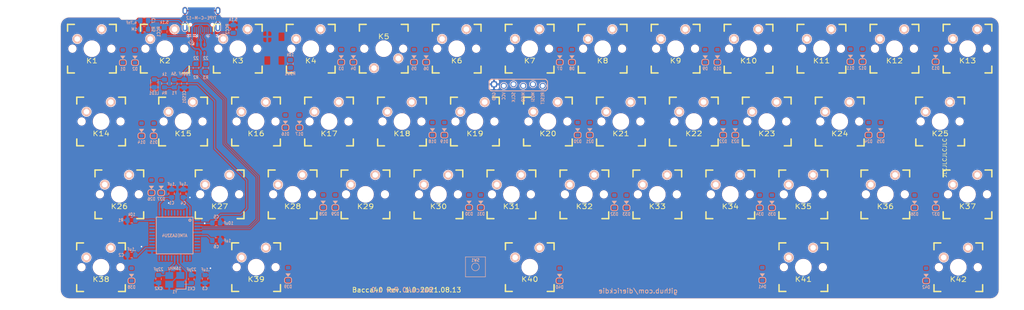
<source format=kicad_pcb>
(kicad_pcb (version 20171130) (host pcbnew "(5.1.10-1-10_14)")
  (layers (0 F.Cu signal) (31 B.Cu signal) (34 B.Paste user) (35 F.Paste user) (36 B.SilkS user) (37 F.SilkS user) (38 B.Mask user) (39 F.Mask user) (44 Edge.Cuts user))
  (net 0 "")
  (net 1 "Net-(D1-Pad2)")
  (net 2 "Net-(D2-Pad2)")
  (net 3 "Net-(D3-Pad2)")
  (net 4 "Net-(D4-Pad2)")
  (net 5 "Net-(D5-Pad2)")
  (net 6 "Net-(D6-Pad2)")
  (net 7 "Net-(D7-Pad2)")
  (net 8 "Net-(D8-Pad2)")
  (net 9 "Net-(D9-Pad2)")
  (net 10 "Net-(D10-Pad2)")
  (net 11 "Net-(D11-Pad2)")
  (net 12 "Net-(D12-Pad2)")
  (net 13 "Net-(D13-Pad2)")
  (net 14 "Net-(D14-Pad2)")
  (net 15 "Net-(D15-Pad2)")
  (net 16 "Net-(D16-Pad2)")
  (net 17 "Net-(D17-Pad2)")
  (net 18 "Net-(D18-Pad2)")
  (net 19 "Net-(D19-Pad2)")
  (net 20 "Net-(D20-Pad2)")
  (net 21 "Net-(D21-Pad2)")
  (net 22 "Net-(D22-Pad2)")
  (net 23 "Net-(D23-Pad2)")
  (net 24 "Net-(D24-Pad2)")
  (net 25 "Net-(D25-Pad2)")
  (net 26 "Net-(D26-Pad2)")
  (net 27 "Net-(D27-Pad2)")
  (net 28 "Net-(D28-Pad2)")
  (net 29 "Net-(D29-Pad2)")
  (net 30 "Net-(D30-Pad2)")
  (net 31 "Net-(D31-Pad2)")
  (net 32 "Net-(D32-Pad2)")
  (net 33 "Net-(D33-Pad2)")
  (net 34 "Net-(D34-Pad2)")
  (net 35 "Net-(D35-Pad2)")
  (net 36 "Net-(D36-Pad2)")
  (net 37 "Net-(D37-Pad2)")
  (net 38 "Net-(D38-Pad2)")
  (net 39 "Net-(D39-Pad2)")
  (net 40 "Net-(D40-Pad2)")
  (net 41 "Net-(D41-Pad2)")
  (net 42 "Net-(D42-Pad2)")
  (net 43 VCC)
  (net 44 "Net-(C6-Pad1)")
  (net 45 XTAL1)
  (net 46 XTAL2)
  (net 47 row0)
  (net 48 row1)
  (net 49 row2)
  (net 50 row3)
  (net 51 D-)
  (net 52 D+)
  (net 53 col0)
  (net 54 col1)
  (net 55 col2)
  (net 56 col3)
  (net 57 col4)
  (net 58 col5)
  (net 59 col6)
  (net 60 col7)
  (net 61 col8)
  (net 62 col9)
  (net 63 col10)
  (net 64 col11)
  (net 65 "Net-(R1-Pad2)")
  (net 66 VBUS)
  (net 67 "Net-(J1-PadB5)")
  (net 68 "Net-(J1-PadA5)")
  (net 69 ISP_Reset)
  (net 70 col12)
  (net 71 GND)
  (net 72 "Net-(LED1-Pad2)")
  (net 73 "Net-(C7-Pad1)")
  (net 74 "Net-(R2-Pad2)")
  (net 75 "Net-(R3-Pad2)")
  (net 76 DBUS-)
  (net 77 DBUS+)
  (net 78 enc0a)
  (net 79 enc0b)
  (net 80 "Net-(J1-PadA8)")
  (net 81 "Net-(J1-PadB8)")
  (net 82 "Net-(U1-Pad42)")
  (net 83 "Net-(U1-Pad32)")
  (net 84 "Net-(U1-Pad30)")
  (net 85 "Net-(U1-Pad29)")
  (net 86 "Net-(U1-Pad28)")
  (net 87 "Net-(U1-Pad19)")
  (net 88 "Net-(U1-Pad18)")
  (module Keebio-Parts:MX_Plate_625H (layer F.Cu) (at 201.215729 110.331306)
    (fp_text reference K40 (at 0 3.175) (layer F.SilkS) (effects (font (size 1.27 1.524) (thickness 0.2032))))
    (fp_text value KEYSW hide)
    (pad HOLE np_thru_hole circle (at 0 0) (size 3.9878 3.9878) (drill 3.9878) (layers *.Cu))
    (pad 1 thru_hole circle (at -3.81 -2.54) (size 2.286 2.286) (drill 1.4986) (layers *.Cu *.SilkS *.Mask) (net 59 col6))
    (pad 2 thru_hole circle (at 2.54 -5.08) (size 2.286 2.286) (drill 1.4986) (layers *.Cu *.SilkS *.Mask) (net 40 "Net-(D40-Pad2)"))
  )
  (module Keebio-Parts:MX_PCB_175H (layer F.Cu) (at 94.059389 91.28129)
    (fp_text reference K26 (at 0 3.175) (layer F.SilkS) (effects (font (size 1.27 1.524) (thickness 0.2032))))
    (fp_text value KEYSW hide)
    (pad HOLE np_thru_hole circle (at 5.08 0) (size 1.8 1.8) (drill 1.8) (layers *.Cu))
    (pad HOLE np_thru_hole circle (at -5.08 0) (size 1.8 1.8) (drill 1.8) (layers *.Cu))
    (pad HOLE np_thru_hole circle (at 0 0) (size 3.9878 3.9878) (drill 3.9878) (layers *.Cu))
    (pad 1 thru_hole circle (at -3.81 -2.54) (size 2.286 2.286) (drill 1.4986) (layers *.Cu *.SilkS *.Mask) (net 54 col1))
    (pad 2 thru_hole circle (at 2.54 -5.08) (size 2.286 2.286) (drill 1.4986) (layers *.Cu *.SilkS *.Mask) (net 26 "Net-(D26-Pad2)"))
  )
  (module Keebio-Parts:MX_PCB_125H (layer F.Cu) (at 313.108989 110.34395)
    (fp_text reference K42 (at 0 3.175) (layer F.SilkS) (effects (font (size 1.27 1.524) (thickness 0.2032))))
    (fp_text value KEYSW hide)
    (pad HOLE np_thru_hole circle (at 5.08 0) (size 1.8 1.8) (drill 1.8) (layers *.Cu))
    (pad HOLE np_thru_hole circle (at -5.08 0) (size 1.8 1.8) (drill 1.8) (layers *.Cu))
    (pad HOLE np_thru_hole circle (at 0 0) (size 3.9878 3.9878) (drill 3.9878) (layers *.Cu))
    (pad 1 thru_hole circle (at -3.81 -2.54) (size 2.286 2.286) (drill 1.4986) (layers *.Cu *.SilkS *.Mask) (net 53 col0))
    (pad 2 thru_hole circle (at 2.54 -5.08) (size 2.286 2.286) (drill 1.4986) (layers *.Cu *.SilkS *.Mask) (net 42 "Net-(D42-Pad2)"))
  )
  (module Keebio-Parts:MX_PCB_125H (layer F.Cu) (at 272.653289 110.331306)
    (fp_text reference K41 (at 0 3.175) (layer F.SilkS) (effects (font (size 1.27 1.524) (thickness 0.2032))))
    (fp_text value KEYSW hide)
    (pad HOLE np_thru_hole circle (at 5.08 0) (size 1.8 1.8) (drill 1.8) (layers *.Cu))
    (pad HOLE np_thru_hole circle (at -5.08 0) (size 1.8 1.8) (drill 1.8) (layers *.Cu))
    (pad HOLE np_thru_hole circle (at 0 0) (size 3.9878 3.9878) (drill 3.9878) (layers *.Cu))
    (pad 1 thru_hole circle (at -3.81 -2.54) (size 2.286 2.286) (drill 1.4986) (layers *.Cu *.SilkS *.Mask) (net 63 col10))
    (pad 2 thru_hole circle (at 2.54 -5.08) (size 2.286 2.286) (drill 1.4986) (layers *.Cu *.SilkS *.Mask) (net 41 "Net-(D41-Pad2)"))
  )
  (module Keebio-Parts:MX_PCB_125H (layer F.Cu) (at 129.778169 110.331306)
    (fp_text reference K39 (at 0 3.175) (layer F.SilkS) (effects (font (size 1.27 1.524) (thickness 0.2032))))
    (fp_text value KEYSW hide)
    (pad HOLE np_thru_hole circle (at 5.08 0) (size 1.8 1.8) (drill 1.8) (layers *.Cu))
    (pad HOLE np_thru_hole circle (at -5.08 0) (size 1.8 1.8) (drill 1.8) (layers *.Cu))
    (pad HOLE np_thru_hole circle (at 0 0) (size 3.9878 3.9878) (drill 3.9878) (layers *.Cu))
    (pad 1 thru_hole circle (at -3.81 -2.54) (size 2.286 2.286) (drill 1.4986) (layers *.Cu *.SilkS *.Mask) (net 56 col3))
    (pad 2 thru_hole circle (at 2.54 -5.08) (size 2.286 2.286) (drill 1.4986) (layers *.Cu *.SilkS *.Mask) (net 39 "Net-(D39-Pad2)"))
  )
  (module Keebio-Parts:MX_PCB_125H (layer F.Cu) (at 89.271477 110.34395)
    (fp_text reference K38 (at 0 3.175) (layer F.SilkS) (effects (font (size 1.27 1.524) (thickness 0.2032))))
    (fp_text value KEYSW hide)
    (pad HOLE np_thru_hole circle (at 5.08 0) (size 1.8 1.8) (drill 1.8) (layers *.Cu))
    (pad HOLE np_thru_hole circle (at -5.08 0) (size 1.8 1.8) (drill 1.8) (layers *.Cu))
    (pad HOLE np_thru_hole circle (at 0 0) (size 3.9878 3.9878) (drill 3.9878) (layers *.Cu))
    (pad 1 thru_hole circle (at -3.81 -2.54) (size 2.286 2.286) (drill 1.4986) (layers *.Cu *.SilkS *.Mask) (net 54 col1))
    (pad 2 thru_hole circle (at 2.54 -5.08) (size 2.286 2.286) (drill 1.4986) (layers *.Cu *.SilkS *.Mask) (net 38 "Net-(D38-Pad2)"))
  )
  (module Keebio-Parts:MX_PCB_100H (layer F.Cu) (at 315.515825 91.28129)
    (fp_text reference K37 (at 0 3.175) (layer F.SilkS) (effects (font (size 1.27 1.524) (thickness 0.2032))))
    (fp_text value KEYSW hide)
    (pad HOLE np_thru_hole circle (at 5.08 0) (size 1.8 1.8) (drill 1.8) (layers *.Cu))
    (pad HOLE np_thru_hole circle (at -5.08 0) (size 1.8 1.8) (drill 1.8) (layers *.Cu))
    (pad HOLE np_thru_hole circle (at 0 0) (size 3.9878 3.9878) (drill 3.9878) (layers *.Cu))
    (pad 1 thru_hole circle (at -3.81 -2.54) (size 2.286 2.286) (drill 1.4986) (layers *.Cu *.SilkS *.Mask) (net 53 col0))
    (pad 2 thru_hole circle (at 2.54 -5.08) (size 2.286 2.286) (drill 1.4986) (layers *.Cu *.SilkS *.Mask) (net 37 "Net-(D37-Pad2)"))
  )
  (module Keebio-Parts:MX_PCB_125H (layer F.Cu) (at 294.058989 91.29395)
    (fp_text reference K36 (at 0 3.175) (layer F.SilkS) (effects (font (size 1.27 1.524) (thickness 0.2032))))
    (fp_text value KEYSW hide)
    (pad HOLE np_thru_hole circle (at 5.08 0) (size 1.8 1.8) (drill 1.8) (layers *.Cu))
    (pad HOLE np_thru_hole circle (at -5.08 0) (size 1.8 1.8) (drill 1.8) (layers *.Cu))
    (pad HOLE np_thru_hole circle (at 0 0) (size 3.9878 3.9878) (drill 3.9878) (layers *.Cu))
    (pad 1 thru_hole circle (at -3.81 -2.54) (size 2.286 2.286) (drill 1.4986) (layers *.Cu *.SilkS *.Mask) (net 64 col11))
    (pad 2 thru_hole circle (at 2.54 -5.08) (size 2.286 2.286) (drill 1.4986) (layers *.Cu *.SilkS *.Mask) (net 36 "Net-(D36-Pad2)"))
  )
  (module Keebio-Parts:MX_PCB_100H (layer F.Cu) (at 272.627737 91.29395)
    (fp_text reference K35 (at 0 3.175) (layer F.SilkS) (effects (font (size 1.27 1.524) (thickness 0.2032))))
    (fp_text value KEYSW hide)
    (pad HOLE np_thru_hole circle (at 5.08 0) (size 1.8 1.8) (drill 1.8) (layers *.Cu))
    (pad HOLE np_thru_hole circle (at -5.08 0) (size 1.8 1.8) (drill 1.8) (layers *.Cu))
    (pad HOLE np_thru_hole circle (at 0 0) (size 3.9878 3.9878) (drill 3.9878) (layers *.Cu))
    (pad 1 thru_hole circle (at -3.81 -2.54) (size 2.286 2.286) (drill 1.4986) (layers *.Cu *.SilkS *.Mask) (net 63 col10))
    (pad 2 thru_hole circle (at 2.54 -5.08) (size 2.286 2.286) (drill 1.4986) (layers *.Cu *.SilkS *.Mask) (net 35 "Net-(D35-Pad2)"))
  )
  (module Keebio-Parts:MX_PCB_100H (layer F.Cu) (at 253.577737 91.29395)
    (fp_text reference K34 (at 0 3.175) (layer F.SilkS) (effects (font (size 1.27 1.524) (thickness 0.2032))))
    (fp_text value KEYSW hide)
    (pad HOLE np_thru_hole circle (at 5.08 0) (size 1.8 1.8) (drill 1.8) (layers *.Cu))
    (pad HOLE np_thru_hole circle (at -5.08 0) (size 1.8 1.8) (drill 1.8) (layers *.Cu))
    (pad HOLE np_thru_hole circle (at 0 0) (size 3.9878 3.9878) (drill 3.9878) (layers *.Cu))
    (pad 1 thru_hole circle (at -3.81 -2.54) (size 2.286 2.286) (drill 1.4986) (layers *.Cu *.SilkS *.Mask) (net 62 col9))
    (pad 2 thru_hole circle (at 2.54 -5.08) (size 2.286 2.286) (drill 1.4986) (layers *.Cu *.SilkS *.Mask) (net 34 "Net-(D34-Pad2)"))
  )
  (module Keebio-Parts:MX_PCB_100H (layer F.Cu) (at 234.527737 91.29395)
    (fp_text reference K33 (at 0 3.175) (layer F.SilkS) (effects (font (size 1.27 1.524) (thickness 0.2032))))
    (fp_text value KEYSW hide)
    (pad HOLE np_thru_hole circle (at 5.08 0) (size 1.8 1.8) (drill 1.8) (layers *.Cu))
    (pad HOLE np_thru_hole circle (at -5.08 0) (size 1.8 1.8) (drill 1.8) (layers *.Cu))
    (pad HOLE np_thru_hole circle (at 0 0) (size 3.9878 3.9878) (drill 3.9878) (layers *.Cu))
    (pad 1 thru_hole circle (at -3.81 -2.54) (size 2.286 2.286) (drill 1.4986) (layers *.Cu *.SilkS *.Mask) (net 61 col8))
    (pad 2 thru_hole circle (at 2.54 -5.08) (size 2.286 2.286) (drill 1.4986) (layers *.Cu *.SilkS *.Mask) (net 33 "Net-(D33-Pad2)"))
  )
  (module Keebio-Parts:MX_PCB_100H (layer F.Cu) (at 215.477737 91.29395)
    (fp_text reference K32 (at 0 3.175) (layer F.SilkS) (effects (font (size 1.27 1.524) (thickness 0.2032))))
    (fp_text value KEYSW hide)
    (pad HOLE np_thru_hole circle (at 5.08 0) (size 1.8 1.8) (drill 1.8) (layers *.Cu))
    (pad HOLE np_thru_hole circle (at -5.08 0) (size 1.8 1.8) (drill 1.8) (layers *.Cu))
    (pad HOLE np_thru_hole circle (at 0 0) (size 3.9878 3.9878) (drill 3.9878) (layers *.Cu))
    (pad 1 thru_hole circle (at -3.81 -2.54) (size 2.286 2.286) (drill 1.4986) (layers *.Cu *.SilkS *.Mask) (net 60 col7))
    (pad 2 thru_hole circle (at 2.54 -5.08) (size 2.286 2.286) (drill 1.4986) (layers *.Cu *.SilkS *.Mask) (net 32 "Net-(D32-Pad2)"))
  )
  (module Keebio-Parts:MX_PCB_100H (layer F.Cu) (at 196.427737 91.29395)
    (fp_text reference K31 (at 0 3.175) (layer F.SilkS) (effects (font (size 1.27 1.524) (thickness 0.2032))))
    (fp_text value KEYSW hide)
    (pad HOLE np_thru_hole circle (at 5.08 0) (size 1.8 1.8) (drill 1.8) (layers *.Cu))
    (pad HOLE np_thru_hole circle (at -5.08 0) (size 1.8 1.8) (drill 1.8) (layers *.Cu))
    (pad HOLE np_thru_hole circle (at 0 0) (size 3.9878 3.9878) (drill 3.9878) (layers *.Cu))
    (pad 1 thru_hole circle (at -3.81 -2.54) (size 2.286 2.286) (drill 1.4986) (layers *.Cu *.SilkS *.Mask) (net 59 col6))
    (pad 2 thru_hole circle (at 2.54 -5.08) (size 2.286 2.286) (drill 1.4986) (layers *.Cu *.SilkS *.Mask) (net 31 "Net-(D31-Pad2)"))
  )
  (module Keebio-Parts:MX_PCB_100H (layer F.Cu) (at 177.377737 91.29395)
    (fp_text reference K30 (at 0 3.175) (layer F.SilkS) (effects (font (size 1.27 1.524) (thickness 0.2032))))
    (fp_text value KEYSW hide)
    (pad HOLE np_thru_hole circle (at 5.08 0) (size 1.8 1.8) (drill 1.8) (layers *.Cu))
    (pad HOLE np_thru_hole circle (at -5.08 0) (size 1.8 1.8) (drill 1.8) (layers *.Cu))
    (pad HOLE np_thru_hole circle (at 0 0) (size 3.9878 3.9878) (drill 3.9878) (layers *.Cu))
    (pad 1 thru_hole circle (at -3.81 -2.54) (size 2.286 2.286) (drill 1.4986) (layers *.Cu *.SilkS *.Mask) (net 58 col5))
    (pad 2 thru_hole circle (at 2.54 -5.08) (size 2.286 2.286) (drill 1.4986) (layers *.Cu *.SilkS *.Mask) (net 30 "Net-(D30-Pad2)"))
  )
  (module Keebio-Parts:MX_PCB_100H (layer F.Cu) (at 158.327737 91.29395)
    (fp_text reference K29 (at 0 3.175) (layer F.SilkS) (effects (font (size 1.27 1.524) (thickness 0.2032))))
    (fp_text value KEYSW hide)
    (pad HOLE np_thru_hole circle (at 5.08 0) (size 1.8 1.8) (drill 1.8) (layers *.Cu))
    (pad HOLE np_thru_hole circle (at -5.08 0) (size 1.8 1.8) (drill 1.8) (layers *.Cu))
    (pad HOLE np_thru_hole circle (at 0 0) (size 3.9878 3.9878) (drill 3.9878) (layers *.Cu))
    (pad 1 thru_hole circle (at -3.81 -2.54) (size 2.286 2.286) (drill 1.4986) (layers *.Cu *.SilkS *.Mask) (net 57 col4))
    (pad 2 thru_hole circle (at 2.54 -5.08) (size 2.286 2.286) (drill 1.4986) (layers *.Cu *.SilkS *.Mask) (net 29 "Net-(D29-Pad2)"))
  )
  (module Keebio-Parts:MX_PCB_100H (layer F.Cu) (at 139.303177 91.28129)
    (fp_text reference K28 (at 0 3.175) (layer F.SilkS) (effects (font (size 1.27 1.524) (thickness 0.2032))))
    (fp_text value KEYSW hide)
    (pad HOLE np_thru_hole circle (at 5.08 0) (size 1.8 1.8) (drill 1.8) (layers *.Cu))
    (pad HOLE np_thru_hole circle (at -5.08 0) (size 1.8 1.8) (drill 1.8) (layers *.Cu))
    (pad HOLE np_thru_hole circle (at 0 0) (size 3.9878 3.9878) (drill 3.9878) (layers *.Cu))
    (pad 1 thru_hole circle (at -3.81 -2.54) (size 2.286 2.286) (drill 1.4986) (layers *.Cu *.SilkS *.Mask) (net 56 col3))
    (pad 2 thru_hole circle (at 2.54 -5.08) (size 2.286 2.286) (drill 1.4986) (layers *.Cu *.SilkS *.Mask) (net 28 "Net-(D28-Pad2)"))
  )
  (module Keebio-Parts:MX_PCB_100H (layer F.Cu) (at 120.253161 91.28129)
    (fp_text reference K27 (at 0 3.175) (layer F.SilkS) (effects (font (size 1.27 1.524) (thickness 0.2032))))
    (fp_text value KEYSW hide)
    (pad HOLE np_thru_hole circle (at 5.08 0) (size 1.8 1.8) (drill 1.8) (layers *.Cu))
    (pad HOLE np_thru_hole circle (at -5.08 0) (size 1.8 1.8) (drill 1.8) (layers *.Cu))
    (pad HOLE np_thru_hole circle (at 0 0) (size 3.9878 3.9878) (drill 3.9878) (layers *.Cu))
    (pad 1 thru_hole circle (at -3.81 -2.54) (size 2.286 2.286) (drill 1.4986) (layers *.Cu *.SilkS *.Mask) (net 55 col2))
    (pad 2 thru_hole circle (at 2.54 -5.08) (size 2.286 2.286) (drill 1.4986) (layers *.Cu *.SilkS *.Mask) (net 27 "Net-(D27-Pad2)"))
  )
  (module Keebio-Parts:MX_PCB_175H (layer F.Cu) (at 308.372069 72.231274)
    (fp_text reference K25 (at 0 3.175) (layer F.SilkS) (effects (font (size 1.27 1.524) (thickness 0.2032))))
    (fp_text value KEYSW hide)
    (pad HOLE np_thru_hole circle (at 5.08 0) (size 1.8 1.8) (drill 1.8) (layers *.Cu))
    (pad HOLE np_thru_hole circle (at -5.08 0) (size 1.8 1.8) (drill 1.8) (layers *.Cu))
    (pad HOLE np_thru_hole circle (at 0 0) (size 3.9878 3.9878) (drill 3.9878) (layers *.Cu))
    (pad 1 thru_hole circle (at -3.81 -2.54) (size 2.286 2.286) (drill 1.4986) (layers *.Cu *.SilkS *.Mask) (net 53 col0))
    (pad 2 thru_hole circle (at 2.54 -5.08) (size 2.286 2.286) (drill 1.4986) (layers *.Cu *.SilkS *.Mask) (net 25 "Net-(D25-Pad2)"))
  )
  (module Keebio-Parts:MX_PCB_100H (layer F.Cu) (at 282.152729 72.24395)
    (fp_text reference K24 (at 0 3.175) (layer F.SilkS) (effects (font (size 1.27 1.524) (thickness 0.2032))))
    (fp_text value KEYSW hide)
    (pad HOLE np_thru_hole circle (at 5.08 0) (size 1.8 1.8) (drill 1.8) (layers *.Cu))
    (pad HOLE np_thru_hole circle (at -5.08 0) (size 1.8 1.8) (drill 1.8) (layers *.Cu))
    (pad HOLE np_thru_hole circle (at 0 0) (size 3.9878 3.9878) (drill 3.9878) (layers *.Cu))
    (pad 1 thru_hole circle (at -3.81 -2.54) (size 2.286 2.286) (drill 1.4986) (layers *.Cu *.SilkS *.Mask) (net 64 col11))
    (pad 2 thru_hole circle (at 2.54 -5.08) (size 2.286 2.286) (drill 1.4986) (layers *.Cu *.SilkS *.Mask) (net 24 "Net-(D24-Pad2)"))
  )
  (module Keebio-Parts:MX_PCB_100H (layer F.Cu) (at 263.102729 72.24395)
    (fp_text reference K23 (at 0 3.175) (layer F.SilkS) (effects (font (size 1.27 1.524) (thickness 0.2032))))
    (fp_text value KEYSW hide)
    (pad HOLE np_thru_hole circle (at 5.08 0) (size 1.8 1.8) (drill 1.8) (layers *.Cu))
    (pad HOLE np_thru_hole circle (at -5.08 0) (size 1.8 1.8) (drill 1.8) (layers *.Cu))
    (pad HOLE np_thru_hole circle (at 0 0) (size 3.9878 3.9878) (drill 3.9878) (layers *.Cu))
    (pad 1 thru_hole circle (at -3.81 -2.54) (size 2.286 2.286) (drill 1.4986) (layers *.Cu *.SilkS *.Mask) (net 63 col10))
    (pad 2 thru_hole circle (at 2.54 -5.08) (size 2.286 2.286) (drill 1.4986) (layers *.Cu *.SilkS *.Mask) (net 23 "Net-(D23-Pad2)"))
  )
  (module Keebio-Parts:MX_PCB_100H (layer F.Cu) (at 244.052729 72.24395)
    (fp_text reference K22 (at 0 3.175) (layer F.SilkS) (effects (font (size 1.27 1.524) (thickness 0.2032))))
    (fp_text value KEYSW hide)
    (pad HOLE np_thru_hole circle (at 5.08 0) (size 1.8 1.8) (drill 1.8) (layers *.Cu))
    (pad HOLE np_thru_hole circle (at -5.08 0) (size 1.8 1.8) (drill 1.8) (layers *.Cu))
    (pad HOLE np_thru_hole circle (at 0 0) (size 3.9878 3.9878) (drill 3.9878) (layers *.Cu))
    (pad 1 thru_hole circle (at -3.81 -2.54) (size 2.286 2.286) (drill 1.4986) (layers *.Cu *.SilkS *.Mask) (net 62 col9))
    (pad 2 thru_hole circle (at 2.54 -5.08) (size 2.286 2.286) (drill 1.4986) (layers *.Cu *.SilkS *.Mask) (net 22 "Net-(D22-Pad2)"))
  )
  (module Keebio-Parts:MX_PCB_100H (layer F.Cu) (at 225.002729 72.24395)
    (fp_text reference K21 (at 0 3.175) (layer F.SilkS) (effects (font (size 1.27 1.524) (thickness 0.2032))))
    (fp_text value KEYSW hide)
    (pad HOLE np_thru_hole circle (at 5.08 0) (size 1.8 1.8) (drill 1.8) (layers *.Cu))
    (pad HOLE np_thru_hole circle (at -5.08 0) (size 1.8 1.8) (drill 1.8) (layers *.Cu))
    (pad HOLE np_thru_hole circle (at 0 0) (size 3.9878 3.9878) (drill 3.9878) (layers *.Cu))
    (pad 1 thru_hole circle (at -3.81 -2.54) (size 2.286 2.286) (drill 1.4986) (layers *.Cu *.SilkS *.Mask) (net 61 col8))
    (pad 2 thru_hole circle (at 2.54 -5.08) (size 2.286 2.286) (drill 1.4986) (layers *.Cu *.SilkS *.Mask) (net 21 "Net-(D21-Pad2)"))
  )
  (module Keebio-Parts:MX_PCB_100H (layer F.Cu) (at 205.952729 72.24395)
    (fp_text reference K20 (at 0 3.175) (layer F.SilkS) (effects (font (size 1.27 1.524) (thickness 0.2032))))
    (fp_text value KEYSW hide)
    (pad HOLE np_thru_hole circle (at 5.08 0) (size 1.8 1.8) (drill 1.8) (layers *.Cu))
    (pad HOLE np_thru_hole circle (at -5.08 0) (size 1.8 1.8) (drill 1.8) (layers *.Cu))
    (pad HOLE np_thru_hole circle (at 0 0) (size 3.9878 3.9878) (drill 3.9878) (layers *.Cu))
    (pad 1 thru_hole circle (at -3.81 -2.54) (size 2.286 2.286) (drill 1.4986) (layers *.Cu *.SilkS *.Mask) (net 60 col7))
    (pad 2 thru_hole circle (at 2.54 -5.08) (size 2.286 2.286) (drill 1.4986) (layers *.Cu *.SilkS *.Mask) (net 20 "Net-(D20-Pad2)"))
  )
  (module Keebio-Parts:MX_PCB_100H (layer F.Cu) (at 186.902729 72.24395)
    (fp_text reference K19 (at 0 3.175) (layer F.SilkS) (effects (font (size 1.27 1.524) (thickness 0.2032))))
    (fp_text value KEYSW hide)
    (pad HOLE np_thru_hole circle (at 5.08 0) (size 1.8 1.8) (drill 1.8) (layers *.Cu))
    (pad HOLE np_thru_hole circle (at -5.08 0) (size 1.8 1.8) (drill 1.8) (layers *.Cu))
    (pad HOLE np_thru_hole circle (at 0 0) (size 3.9878 3.9878) (drill 3.9878) (layers *.Cu))
    (pad 1 thru_hole circle (at -3.81 -2.54) (size 2.286 2.286) (drill 1.4986) (layers *.Cu *.SilkS *.Mask) (net 59 col6))
    (pad 2 thru_hole circle (at 2.54 -5.08) (size 2.286 2.286) (drill 1.4986) (layers *.Cu *.SilkS *.Mask) (net 19 "Net-(D19-Pad2)"))
  )
  (module Keebio-Parts:MX_PCB_100H (layer F.Cu) (at 167.852729 72.24395)
    (fp_text reference K18 (at 0 3.175) (layer F.SilkS) (effects (font (size 1.27 1.524) (thickness 0.2032))))
    (fp_text value KEYSW hide)
    (pad HOLE np_thru_hole circle (at 5.08 0) (size 1.8 1.8) (drill 1.8) (layers *.Cu))
    (pad HOLE np_thru_hole circle (at -5.08 0) (size 1.8 1.8) (drill 1.8) (layers *.Cu))
    (pad HOLE np_thru_hole circle (at 0 0) (size 3.9878 3.9878) (drill 3.9878) (layers *.Cu))
    (pad 1 thru_hole circle (at -3.81 -2.54) (size 2.286 2.286) (drill 1.4986) (layers *.Cu *.SilkS *.Mask) (net 58 col5))
    (pad 2 thru_hole circle (at 2.54 -5.08) (size 2.286 2.286) (drill 1.4986) (layers *.Cu *.SilkS *.Mask) (net 18 "Net-(D18-Pad2)"))
  )
  (module Keebio-Parts:MX_PCB_100H (layer F.Cu) (at 148.807903 72.24395)
    (fp_text reference K17 (at 0 3.175) (layer F.SilkS) (effects (font (size 1.27 1.524) (thickness 0.2032))))
    (fp_text value KEYSW hide)
    (pad HOLE np_thru_hole circle (at 5.08 0) (size 1.8 1.8) (drill 1.8) (layers *.Cu))
    (pad HOLE np_thru_hole circle (at -5.08 0) (size 1.8 1.8) (drill 1.8) (layers *.Cu))
    (pad HOLE np_thru_hole circle (at 0 0) (size 3.9878 3.9878) (drill 3.9878) (layers *.Cu))
    (pad 1 thru_hole circle (at -3.81 -2.54) (size 2.286 2.286) (drill 1.4986) (layers *.Cu *.SilkS *.Mask) (net 57 col4))
    (pad 2 thru_hole circle (at 2.54 -5.08) (size 2.286 2.286) (drill 1.4986) (layers *.Cu *.SilkS *.Mask) (net 17 "Net-(D17-Pad2)"))
  )
  (module Keebio-Parts:MX_PCB_100H (layer F.Cu) (at 129.752729 72.24395)
    (fp_text reference K16 (at 0 3.175) (layer F.SilkS) (effects (font (size 1.27 1.524) (thickness 0.2032))))
    (fp_text value KEYSW hide)
    (pad HOLE np_thru_hole circle (at 5.08 0) (size 1.8 1.8) (drill 1.8) (layers *.Cu))
    (pad HOLE np_thru_hole circle (at -5.08 0) (size 1.8 1.8) (drill 1.8) (layers *.Cu))
    (pad HOLE np_thru_hole circle (at 0 0) (size 3.9878 3.9878) (drill 3.9878) (layers *.Cu))
    (pad 1 thru_hole circle (at -3.81 -2.54) (size 2.286 2.286) (drill 1.4986) (layers *.Cu *.SilkS *.Mask) (net 56 col3))
    (pad 2 thru_hole circle (at 2.54 -5.08) (size 2.286 2.286) (drill 1.4986) (layers *.Cu *.SilkS *.Mask) (net 16 "Net-(D16-Pad2)"))
  )
  (module Keebio-Parts:MX_PCB_100H (layer F.Cu) (at 110.702729 72.24395)
    (fp_text reference K15 (at 0 3.175) (layer F.SilkS) (effects (font (size 1.27 1.524) (thickness 0.2032))))
    (fp_text value KEYSW hide)
    (pad HOLE np_thru_hole circle (at 5.08 0) (size 1.8 1.8) (drill 1.8) (layers *.Cu))
    (pad HOLE np_thru_hole circle (at -5.08 0) (size 1.8 1.8) (drill 1.8) (layers *.Cu))
    (pad HOLE np_thru_hole circle (at 0 0) (size 3.9878 3.9878) (drill 3.9878) (layers *.Cu))
    (pad 1 thru_hole circle (at -3.81 -2.54) (size 2.286 2.286) (drill 1.4986) (layers *.Cu *.SilkS *.Mask) (net 55 col2))
    (pad 2 thru_hole circle (at 2.54 -5.08) (size 2.286 2.286) (drill 1.4986) (layers *.Cu *.SilkS *.Mask) (net 15 "Net-(D15-Pad2)"))
  )
  (module Keebio-Parts:MX_PCB_125H (layer F.Cu) (at 89.296885 72.231274)
    (fp_text reference K14 (at 0 3.175) (layer F.SilkS) (effects (font (size 1.27 1.524) (thickness 0.2032))))
    (fp_text value KEYSW hide)
    (pad HOLE np_thru_hole circle (at 5.08 0) (size 1.8 1.8) (drill 1.8) (layers *.Cu))
    (pad HOLE np_thru_hole circle (at -5.08 0) (size 1.8 1.8) (drill 1.8) (layers *.Cu))
    (pad HOLE np_thru_hole circle (at 0 0) (size 3.9878 3.9878) (drill 3.9878) (layers *.Cu))
    (pad 1 thru_hole circle (at -3.81 -2.54) (size 2.286 2.286) (drill 1.4986) (layers *.Cu *.SilkS *.Mask) (net 54 col1))
    (pad 2 thru_hole circle (at 2.54 -5.08) (size 2.286 2.286) (drill 1.4986) (layers *.Cu *.SilkS *.Mask) (net 14 "Net-(D14-Pad2)"))
  )
  (module Keebio-Parts:MX_PCB_100H (layer F.Cu) (at 315.515825 53.181258)
    (fp_text reference K13 (at 0 3.175) (layer F.SilkS) (effects (font (size 1.27 1.524) (thickness 0.2032))))
    (fp_text value KEYSW hide)
    (pad HOLE np_thru_hole circle (at 5.08 0) (size 1.8 1.8) (drill 1.8) (layers *.Cu))
    (pad HOLE np_thru_hole circle (at -5.08 0) (size 1.8 1.8) (drill 1.8) (layers *.Cu))
    (pad HOLE np_thru_hole circle (at 0 0) (size 3.9878 3.9878) (drill 3.9878) (layers *.Cu))
    (pad 1 thru_hole circle (at -3.81 -2.54) (size 2.286 2.286) (drill 1.4986) (layers *.Cu *.SilkS *.Mask) (net 70 col12))
    (pad 2 thru_hole circle (at 2.54 -5.08) (size 2.286 2.286) (drill 1.4986) (layers *.Cu *.SilkS *.Mask) (net 13 "Net-(D13-Pad2)"))
  )
  (module Keebio-Parts:MX_PCB_100H (layer F.Cu) (at 296.440225 53.19395)
    (fp_text reference K12 (at 0 3.175) (layer F.SilkS) (effects (font (size 1.27 1.524) (thickness 0.2032))))
    (fp_text value KEYSW hide)
    (pad HOLE np_thru_hole circle (at 5.08 0) (size 1.8 1.8) (drill 1.8) (layers *.Cu))
    (pad HOLE np_thru_hole circle (at -5.08 0) (size 1.8 1.8) (drill 1.8) (layers *.Cu))
    (pad HOLE np_thru_hole circle (at 0 0) (size 3.9878 3.9878) (drill 3.9878) (layers *.Cu))
    (pad 1 thru_hole circle (at -3.81 -2.54) (size 2.286 2.286) (drill 1.4986) (layers *.Cu *.SilkS *.Mask) (net 53 col0))
    (pad 2 thru_hole circle (at 2.54 -5.08) (size 2.286 2.286) (drill 1.4986) (layers *.Cu *.SilkS *.Mask) (net 12 "Net-(D12-Pad2)"))
  )
  (module Keebio-Parts:MX_PCB_100H (layer F.Cu) (at 277.390225 53.19395)
    (fp_text reference K11 (at 0 3.175) (layer F.SilkS) (effects (font (size 1.27 1.524) (thickness 0.2032))))
    (fp_text value KEYSW hide)
    (pad HOLE np_thru_hole circle (at 5.08 0) (size 1.8 1.8) (drill 1.8) (layers *.Cu))
    (pad HOLE np_thru_hole circle (at -5.08 0) (size 1.8 1.8) (drill 1.8) (layers *.Cu))
    (pad HOLE np_thru_hole circle (at 0 0) (size 3.9878 3.9878) (drill 3.9878) (layers *.Cu))
    (pad 1 thru_hole circle (at -3.81 -2.54) (size 2.286 2.286) (drill 1.4986) (layers *.Cu *.SilkS *.Mask) (net 64 col11))
    (pad 2 thru_hole circle (at 2.54 -5.08) (size 2.286 2.286) (drill 1.4986) (layers *.Cu *.SilkS *.Mask) (net 11 "Net-(D11-Pad2)"))
  )
  (module Keebio-Parts:MX_PCB_100H (layer F.Cu) (at 258.340225 53.19395)
    (fp_text reference K10 (at 0 3.175) (layer F.SilkS) (effects (font (size 1.27 1.524) (thickness 0.2032))))
    (fp_text value KEYSW hide)
    (pad HOLE np_thru_hole circle (at 5.08 0) (size 1.8 1.8) (drill 1.8) (layers *.Cu))
    (pad HOLE np_thru_hole circle (at -5.08 0) (size 1.8 1.8) (drill 1.8) (layers *.Cu))
    (pad HOLE np_thru_hole circle (at 0 0) (size 3.9878 3.9878) (drill 3.9878) (layers *.Cu))
    (pad 1 thru_hole circle (at -3.81 -2.54) (size 2.286 2.286) (drill 1.4986) (layers *.Cu *.SilkS *.Mask) (net 63 col10))
    (pad 2 thru_hole circle (at 2.54 -5.08) (size 2.286 2.286) (drill 1.4986) (layers *.Cu *.SilkS *.Mask) (net 10 "Net-(D10-Pad2)"))
  )
  (module Keebio-Parts:MX_PCB_100H (layer F.Cu) (at 239.290225 53.19395)
    (fp_text reference K9 (at 0 3.175) (layer F.SilkS) (effects (font (size 1.27 1.524) (thickness 0.2032))))
    (fp_text value KEYSW hide)
    (pad HOLE np_thru_hole circle (at 5.08 0) (size 1.8 1.8) (drill 1.8) (layers *.Cu))
    (pad HOLE np_thru_hole circle (at -5.08 0) (size 1.8 1.8) (drill 1.8) (layers *.Cu))
    (pad HOLE np_thru_hole circle (at 0 0) (size 3.9878 3.9878) (drill 3.9878) (layers *.Cu))
    (pad 1 thru_hole circle (at -3.81 -2.54) (size 2.286 2.286) (drill 1.4986) (layers *.Cu *.SilkS *.Mask) (net 62 col9))
    (pad 2 thru_hole circle (at 2.54 -5.08) (size 2.286 2.286) (drill 1.4986) (layers *.Cu *.SilkS *.Mask) (net 9 "Net-(D9-Pad2)"))
  )
  (module Keebio-Parts:MX_PCB_100H (layer F.Cu) (at 220.240225 53.19395)
    (fp_text reference K8 (at 0 3.175) (layer F.SilkS) (effects (font (size 1.27 1.524) (thickness 0.2032))))
    (fp_text value KEYSW hide)
    (pad HOLE np_thru_hole circle (at 5.08 0) (size 1.8 1.8) (drill 1.8) (layers *.Cu))
    (pad HOLE np_thru_hole circle (at -5.08 0) (size 1.8 1.8) (drill 1.8) (layers *.Cu))
    (pad HOLE np_thru_hole circle (at 0 0) (size 3.9878 3.9878) (drill 3.9878) (layers *.Cu))
    (pad 1 thru_hole circle (at -3.81 -2.54) (size 2.286 2.286) (drill 1.4986) (layers *.Cu *.SilkS *.Mask) (net 61 col8))
    (pad 2 thru_hole circle (at 2.54 -5.08) (size 2.286 2.286) (drill 1.4986) (layers *.Cu *.SilkS *.Mask) (net 8 "Net-(D8-Pad2)"))
  )
  (module Keebio-Parts:MX_PCB_100H (layer F.Cu) (at 201.190225 53.19395)
    (fp_text reference K7 (at 0 3.175) (layer F.SilkS) (effects (font (size 1.27 1.524) (thickness 0.2032))))
    (fp_text value KEYSW hide)
    (pad HOLE np_thru_hole circle (at 5.08 0) (size 1.8 1.8) (drill 1.8) (layers *.Cu))
    (pad HOLE np_thru_hole circle (at -5.08 0) (size 1.8 1.8) (drill 1.8) (layers *.Cu))
    (pad HOLE np_thru_hole circle (at 0 0) (size 3.9878 3.9878) (drill 3.9878) (layers *.Cu))
    (pad 1 thru_hole circle (at -3.81 -2.54) (size 2.286 2.286) (drill 1.4986) (layers *.Cu *.SilkS *.Mask) (net 60 col7))
    (pad 2 thru_hole circle (at 2.54 -5.08) (size 2.286 2.286) (drill 1.4986) (layers *.Cu *.SilkS *.Mask) (net 7 "Net-(D7-Pad2)"))
  )
  (module Keebio-Parts:MX_PCB_100H (layer F.Cu) (at 182.140225 53.19395)
    (fp_text reference K6 (at 0 3.175) (layer F.SilkS) (effects (font (size 1.27 1.524) (thickness 0.2032))))
    (fp_text value KEYSW hide)
    (pad HOLE np_thru_hole circle (at 5.08 0) (size 1.8 1.8) (drill 1.8) (layers *.Cu))
    (pad HOLE np_thru_hole circle (at -5.08 0) (size 1.8 1.8) (drill 1.8) (layers *.Cu))
    (pad HOLE np_thru_hole circle (at 0 0) (size 3.9878 3.9878) (drill 3.9878) (layers *.Cu))
    (pad 1 thru_hole circle (at -3.81 -2.54) (size 2.286 2.286) (drill 1.4986) (layers *.Cu *.SilkS *.Mask) (net 59 col6))
    (pad 2 thru_hole circle (at 2.54 -5.08) (size 2.286 2.286) (drill 1.4986) (layers *.Cu *.SilkS *.Mask) (net 6 "Net-(D6-Pad2)"))
  )
  (module Keebio-Parts:MX_PCB_100H (layer F.Cu) (at 163.090225 53.19395 180)
    (fp_text reference K5 (at 0 3.175) (layer F.SilkS) (effects (font (size 1.27 1.524) (thickness 0.2032))))
    (fp_text value KEYSW hide)
    (pad HOLE np_thru_hole circle (at 5.08 0 180) (size 1.8 1.8) (drill 1.8) (layers *.Cu))
    (pad HOLE np_thru_hole circle (at -5.08 0 180) (size 1.8 1.8) (drill 1.8) (layers *.Cu))
    (pad HOLE np_thru_hole circle (at 0 0 180) (size 3.9878 3.9878) (drill 3.9878) (layers *.Cu))
    (pad 1 thru_hole circle (at -3.81 -2.54 180) (size 2.286 2.286) (drill 1.4986) (layers *.Cu *.SilkS *.Mask) (net 58 col5))
    (pad 2 thru_hole circle (at 2.54 -5.08 180) (size 2.286 2.286) (drill 1.4986) (layers *.Cu *.SilkS *.Mask) (net 5 "Net-(D5-Pad2)"))
  )
  (module Keebio-Parts:MX_PCB_100H (layer F.Cu) (at 144.040225 53.19395)
    (fp_text reference K4 (at 0 3.175) (layer F.SilkS) (effects (font (size 1.27 1.524) (thickness 0.2032))))
    (fp_text value KEYSW hide)
    (pad HOLE np_thru_hole circle (at 5.08 0) (size 1.8 1.8) (drill 1.8) (layers *.Cu))
    (pad HOLE np_thru_hole circle (at -5.08 0) (size 1.8 1.8) (drill 1.8) (layers *.Cu))
    (pad HOLE np_thru_hole circle (at 0 0) (size 3.9878 3.9878) (drill 3.9878) (layers *.Cu))
    (pad 1 thru_hole circle (at -3.81 -2.54) (size 2.286 2.286) (drill 1.4986) (layers *.Cu *.SilkS *.Mask) (net 57 col4))
    (pad 2 thru_hole circle (at 2.54 -5.08) (size 2.286 2.286) (drill 1.4986) (layers *.Cu *.SilkS *.Mask) (net 4 "Net-(D4-Pad2)"))
  )
  (module Keebio-Parts:MX_PCB_100H (layer F.Cu) (at 124.990225 53.19395)
    (fp_text reference K3 (at 0 3.175) (layer F.SilkS) (effects (font (size 1.27 1.524) (thickness 0.2032))))
    (fp_text value KEYSW hide)
    (pad HOLE np_thru_hole circle (at 5.08 0) (size 1.8 1.8) (drill 1.8) (layers *.Cu))
    (pad HOLE np_thru_hole circle (at -5.08 0) (size 1.8 1.8) (drill 1.8) (layers *.Cu))
    (pad HOLE np_thru_hole circle (at 0 0) (size 3.9878 3.9878) (drill 3.9878) (layers *.Cu))
    (pad 1 thru_hole circle (at -3.81 -2.54) (size 2.286 2.286) (drill 1.4986) (layers *.Cu *.SilkS *.Mask) (net 56 col3))
    (pad 2 thru_hole circle (at 2.54 -5.08) (size 2.286 2.286) (drill 1.4986) (layers *.Cu *.SilkS *.Mask) (net 3 "Net-(D3-Pad2)"))
  )
  (module Keebio-Parts:MX_PCB_100H (layer F.Cu) (at 105.940225 53.19395)
    (fp_text reference K2 (at 0 3.175) (layer F.SilkS) (effects (font (size 1.27 1.524) (thickness 0.2032))))
    (fp_text value KEYSW hide)
    (pad HOLE np_thru_hole circle (at 5.08 0) (size 1.8 1.8) (drill 1.8) (layers *.Cu))
    (pad HOLE np_thru_hole circle (at -5.08 0) (size 1.8 1.8) (drill 1.8) (layers *.Cu))
    (pad HOLE np_thru_hole circle (at 0 0) (size 3.9878 3.9878) (drill 3.9878) (layers *.Cu))
    (pad 1 thru_hole circle (at -3.81 -2.54) (size 2.286 2.286) (drill 1.4986) (layers *.Cu *.SilkS *.Mask) (net 55 col2))
    (pad 2 thru_hole circle (at 2.54 -5.08) (size 2.286 2.286) (drill 1.4986) (layers *.Cu *.SilkS *.Mask) (net 2 "Net-(D2-Pad2)"))
  )
  (module Keebio-Parts:MX_PCB_100H (layer F.Cu) (at 86.890225 53.19395)
    (fp_text reference K1 (at 0 3.175) (layer F.SilkS) (effects (font (size 1.27 1.524) (thickness 0.2032))))
    (fp_text value KEYSW hide)
    (pad HOLE np_thru_hole circle (at 5.08 0) (size 1.8 1.8) (drill 1.8) (layers *.Cu))
    (pad HOLE np_thru_hole circle (at -5.08 0) (size 1.8 1.8) (drill 1.8) (layers *.Cu))
    (pad HOLE np_thru_hole circle (at 0 0) (size 3.9878 3.9878) (drill 3.9878) (layers *.Cu))
    (pad 1 thru_hole circle (at -3.81 -2.54) (size 2.286 2.286) (drill 1.4986) (layers *.Cu *.SilkS *.Mask) (net 54 col1))
    (pad 2 thru_hole circle (at 2.54 -5.08) (size 2.286 2.286) (drill 1.4986) (layers *.Cu *.SilkS *.Mask) (net 1 "Net-(D1-Pad2)"))
  )
  (module Keeb_footprints:D_SOD-123_modified (layer B.Cu) (at 307.181443 54.967197 90)
    (fp_text reference D13 (at -3.302 0 180) (layer B.SilkS) (effects (font (size 0.8 0.7)) (justify mirror)))
    (fp_text value D)
    (pad 2 smd roundrect (at 1.65 0 90) (size 1 1.2) (layers B.Cu B.Paste B.Mask) (net 13 "Net-(D13-Pad2)"))
    (pad 1 smd roundrect (at -1.65 0 90) (size 1 1.2) (layers B.Cu B.Paste B.Mask) (net 47 row0))
  )
  (module Keeb_footprints:D_SOD-123_modified (layer B.Cu) (at 104.990625 89.20625 90)
    (fp_text reference D27 (at -3.302 0 180) (layer B.SilkS) (effects (font (size 0.8 0.7)) (justify mirror)))
    (fp_text value D)
    (pad 2 smd roundrect (at 1.65 0 90) (size 1 1.2) (layers B.Cu B.Paste B.Mask) (net 27 "Net-(D27-Pad2)"))
    (pad 1 smd roundrect (at -1.65 0 90) (size 1 1.2) (layers B.Cu B.Paste B.Mask) (net 49 row2))
  )
  (module LED_SMD:LED_0805_2012Metric_Pad1.15x1.40mm_HandSolder (layer B.Cu) (at 103.2 62.25 90)
    (fp_text reference LED1 (at -2.55 -0.1 180) (layer B.SilkS) (effects (font (size 0.8 0.7)) (justify mirror)))
    (fp_text value LED)
    (pad 2 smd roundrect (at 1.025 0 90) (size 1.15 1.4) (layers B.Cu B.Paste B.Mask) (roundrect_rratio 0.2173904347826087) (net 72 "Net-(LED1-Pad2)"))
    (pad 1 smd roundrect (at -1.025 0 90) (size 1.15 1.4) (layers B.Cu B.Paste B.Mask) (roundrect_rratio 0.2173904347826087) (net 71 GND))
  )
  (module Capacitor_SMD:C_0805_2012Metric_Pad1.15x1.40mm_HandSolder (layer B.Cu) (at 119.35 98.75)
    (fp_text reference C5 (at 0 -1.6) (layer B.SilkS) (effects (font (size 0.8 0.7)) (justify mirror)))
    (fp_text value 10uF)
    (fp_text user %V (at 3.2 0.05) (layer B.SilkS) (effects (font (size 0.8 0.7)) (justify mirror)))
    (pad 2 smd roundrect (at 1.025 0) (size 1.15 1.4) (layers B.Cu B.Paste B.Mask) (roundrect_rratio 0.2173904347826087) (net 71 GND))
    (pad 1 smd roundrect (at -1.025 0) (size 1.15 1.4) (layers B.Cu B.Paste B.Mask) (roundrect_rratio 0.2173904347826087) (net 43 VCC))
  )
  (module Capacitor_SMD:C_0805_2012Metric_Pad1.15x1.40mm_HandSolder (layer B.Cu) (at 97.225 107.15 180)
    (fp_text reference C2 (at 2.675 0) (layer B.SilkS) (effects (font (size 0.8 0.7)) (justify mirror)))
    (fp_text value .1uF)
    (fp_text user %V (at 0.025 1.5 180) (layer B.SilkS) (effects (font (size 0.8 0.7)) (justify mirror)))
    (pad 2 smd roundrect (at 1.025 0 180) (size 1.15 1.4) (layers B.Cu B.Paste B.Mask) (roundrect_rratio 0.2173904347826087) (net 71 GND))
    (pad 1 smd roundrect (at -1.025 0 180) (size 1.15 1.4) (layers B.Cu B.Paste B.Mask) (roundrect_rratio 0.2173904347826087) (net 43 VCC))
  )
  (module Keeb_footprints:D_SOD-123_modified (layer B.Cu) (at 247.031999 55.094377 90)
    (fp_text reference D9 (at -3.302 0 180) (layer B.SilkS) (effects (font (size 0.8 0.7)) (justify mirror)))
    (fp_text value D)
    (pad 2 smd roundrect (at 1.65 0 90) (size 1 1.2) (layers B.Cu B.Paste B.Mask) (net 9 "Net-(D9-Pad2)"))
    (pad 1 smd roundrect (at -1.65 0 90) (size 1 1.2) (layers B.Cu B.Paste B.Mask) (net 47 row0))
  )
  (module Resistor_SMD:R_0805_2012Metric_Pad1.15x1.40mm_HandSolder (layer B.Cu) (at 105.847 62.288 270)
    (fp_text reference R4 (at 2.512 0.003 180) (layer B.SilkS) (effects (font (size 0.8 0.7)) (justify mirror)))
    (fp_text value 1k)
    (fp_text user %V (at -2.438 0 180) (layer B.SilkS) (effects (font (size 0.8 0.7)) (justify mirror)))
    (pad 2 smd roundrect (at 1.025 0 270) (size 1.15 1.4) (layers B.Cu B.Paste B.Mask) (roundrect_rratio 0.2173904347826087) (net 43 VCC))
    (pad 1 smd roundrect (at -1.025 0 270) (size 1.15 1.4) (layers B.Cu B.Paste B.Mask) (roundrect_rratio 0.2173904347826087) (net 72 "Net-(LED1-Pad2)"))
  )
  (module Capacitor_SMD:C_0805_2012Metric_Pad1.15x1.40mm_HandSolder (layer B.Cu) (at 111 62.3 270)
    (fp_text reference CESD1 (at 3.556 -0.0254 90) (layer B.SilkS) (effects (font (size 0.8 0.7)) (justify mirror)))
    (fp_text value 100nF)
    (fp_text user %V (at -2.54 -0.127 180) (layer B.SilkS) (effects (font (size 0.8 0.7)) (justify mirror)))
    (pad 2 smd roundrect (at 1.025 0 270) (size 1.15 1.4) (layers B.Cu B.Paste B.Mask) (roundrect_rratio 0.2173904347826087) (net 71 GND))
    (pad 1 smd roundrect (at -1.025 0 270) (size 1.15 1.4) (layers B.Cu B.Paste B.Mask) (roundrect_rratio 0.2173904347826087) (net 66 VBUS))
  )
  (module Resistor_SMD:R_0805_2012Metric_Pad1.15x1.40mm_HandSolder (layer B.Cu) (at 100.55 48.1 180)
    (fp_text reference R5 (at -2.45 0 90) (layer B.SilkS) (effects (font (size 0.8 0.7)) (justify mirror)))
    (fp_text value 1M)
    (fp_text user %V (at 2.6 0) (layer B.SilkS) (effects (font (size 0.8 0.7)) (justify mirror)))
    (pad 2 smd roundrect (at 1.025 0 180) (size 1.15 1.4) (layers B.Cu B.Paste B.Mask) (roundrect_rratio 0.2173904347826087) (net 71 GND))
    (pad 1 smd roundrect (at -1.025 0 180) (size 1.15 1.4) (layers B.Cu B.Paste B.Mask) (roundrect_rratio 0.2173904347826087) (net 73 "Net-(C7-Pad1)"))
  )
  (module Capacitor_SMD:C_0805_2012Metric_Pad1.15x1.40mm_HandSolder (layer B.Cu) (at 100.55 45.85 180)
    (fp_text reference C7 (at -2.45 0 270) (layer B.SilkS) (effects (font (size 0.8 0.7)) (justify mirror)))
    (fp_text value 4.7nF)
    (fp_text user %V (at 3.359375 -0.55625) (layer B.SilkS) (effects (font (size 0.8 0.7)) (justify mirror)))
    (pad 2 smd roundrect (at 1.025 0 180) (size 1.15 1.4) (layers B.Cu B.Paste B.Mask) (roundrect_rratio 0.2173904347826087) (net 71 GND))
    (pad 1 smd roundrect (at -1.025 0 180) (size 1.15 1.4) (layers B.Cu B.Paste B.Mask) (roundrect_rratio 0.2173904347826087) (net 73 "Net-(C7-Pad1)"))
  )
  (module Resistor_SMD:R_0805_2012Metric_Pad1.15x1.40mm_HandSolder (layer B.Cu) (at 138.709 57.148 90)
    (fp_text reference RSW1 (at -2.552 -0.059 180) (layer B.SilkS) (effects (font (size 0.8 0.7)) (justify mirror)))
    (fp_text value 10k)
    (fp_text user %V (at 2.411 -0.025 180) (layer B.SilkS) (effects (font (size 0.8 0.7)) (justify mirror)))
    (pad 2 smd roundrect (at 1.025 0 90) (size 1.15 1.4) (layers B.Cu B.Paste B.Mask) (roundrect_rratio 0.2173904347826087) (net 43 VCC))
    (pad 1 smd roundrect (at -1.025 0 90) (size 1.15 1.4) (layers B.Cu B.Paste B.Mask) (roundrect_rratio 0.2173904347826087) (net 69 ISP_Reset))
  )
  (module Resistor_SMD:R_0805_2012Metric_Pad1.15x1.40mm_HandSolder (layer B.Cu) (at 123.8 48.05 270)
    (fp_text reference RCC2 (at 0 1.5 90) (layer B.SilkS) (effects (font (size 0.8 0.7)) (justify mirror)))
    (fp_text value 5.1k)
    (fp_text user %V (at -2.475002 0.028999 180) (layer B.SilkS) (effects (font (size 0.8 0.7)) (justify mirror)))
    (pad 2 smd roundrect (at 1.025 0 270) (size 1.15 1.4) (layers B.Cu B.Paste B.Mask) (roundrect_rratio 0.2173904347826087) (net 67 "Net-(J1-PadB5)"))
    (pad 1 smd roundrect (at -1.025 0 270) (size 1.15 1.4) (layers B.Cu B.Paste B.Mask) (roundrect_rratio 0.2173904347826087) (net 71 GND))
  )
  (module Resistor_SMD:R_0805_2012Metric_Pad1.15x1.40mm_HandSolder (layer B.Cu) (at 105.790625 48.75625 270)
    (fp_text reference RCC1 (at 0 1.45 90) (layer B.SilkS) (effects (font (size 0.8 0.7)) (justify mirror)))
    (fp_text value 5.1k)
    (fp_text user %V (at -2.475002 0 180) (layer B.SilkS) (effects (font (size 0.8 0.7)) (justify mirror)))
    (pad 1 smd roundrect (at -1.025 0 270) (size 1.15 1.4) (layers B.Cu B.Paste B.Mask) (roundrect_rratio 0.2173904347826087) (net 71 GND))
    (pad 2 smd roundrect (at 1.025 0 270) (size 1.15 1.4) (layers B.Cu B.Paste B.Mask) (roundrect_rratio 0.2173904347826087) (net 68 "Net-(J1-PadA5)"))
  )
  (module Resistor_SMD:R_0805_2012Metric_Pad1.15x1.40mm_HandSolder (layer B.Cu) (at 116.629999 58.233002 90)
    (fp_text reference R3 (at -2.491998 -0.004999) (layer B.SilkS) (effects (font (size 0.8 0.7)) (justify mirror)))
    (fp_text value 22)
    (fp_text user %V (at 2.549002 0 180) (layer B.SilkS) (effects (font (size 0.8 0.7)) (justify mirror)))
    (pad 2 smd roundrect (at 1.025 0 90) (size 1.15 1.4) (layers B.Cu B.Paste B.Mask) (roundrect_rratio 0.2173904347826087) (net 75 "Net-(R3-Pad2)"))
    (pad 1 smd roundrect (at -1.025 0 90) (size 1.15 1.4) (layers B.Cu B.Paste B.Mask) (roundrect_rratio 0.2173904347826087) (net 52 D+))
  )
  (module Resistor_SMD:R_0805_2012Metric_Pad1.15x1.40mm_HandSolder (layer B.Cu) (at 114.046 58.224 90)
    (fp_text reference R2 (at -2.476 0.004) (layer B.SilkS) (effects (font (size 0.8 0.7)) (justify mirror)))
    (fp_text value 22)
    (fp_text user %V (at 2.54 0 180) (layer B.SilkS) (effects (font (size 0.8 0.7)) (justify mirror)))
    (pad 2 smd roundrect (at 1.025 0 90) (size 1.15 1.4) (layers B.Cu B.Paste B.Mask) (roundrect_rratio 0.2173904347826087) (net 74 "Net-(R2-Pad2)"))
    (pad 1 smd roundrect (at -1.025 0 90) (size 1.15 1.4) (layers B.Cu B.Paste B.Mask) (roundrect_rratio 0.2173904347826087) (net 51 D-))
  )
  (module Resistor_SMD:R_0805_2012Metric_Pad1.15x1.40mm_HandSolder (layer B.Cu) (at 97.227499 98.05)
    (fp_text reference R1 (at -2.8 0) (layer B.SilkS) (effects (font (size 0.8 0.7)) (justify mirror)))
    (fp_text value 10k)
    (fp_text user %V (at 0.051501 -1.501002) (layer B.SilkS) (effects (font (size 0.8 0.7)) (justify mirror)))
    (pad 2 smd roundrect (at 1.025 0) (size 1.15 1.4) (layers B.Cu B.Paste B.Mask) (roundrect_rratio 0.2173904347826087) (net 65 "Net-(R1-Pad2)"))
    (pad 1 smd roundrect (at -1.025 0) (size 1.15 1.4) (layers B.Cu B.Paste B.Mask) (roundrect_rratio 0.2173904347826087) (net 71 GND))
  )
  (module Capacitor_SMD:C_0805_2012Metric_Pad1.15x1.40mm_HandSolder (layer B.Cu) (at 116.45 113.4 270)
    (fp_text reference C3 (at 2.5 0.05 180) (layer B.SilkS) (effects (font (size 0.8 0.7)) (justify mirror)))
    (fp_text value .1uF)
    (fp_text user %V (at -2.45 -0.05) (layer B.SilkS) (effects (font (size 0.8 0.7)) (justify mirror)))
    (pad 2 smd roundrect (at 1.025 0 270) (size 1.15 1.4) (layers B.Cu B.Paste B.Mask) (roundrect_rratio 0.2173904347826087) (net 71 GND))
    (pad 1 smd roundrect (at -1.025 0 270) (size 1.15 1.4) (layers B.Cu B.Paste B.Mask) (roundrect_rratio 0.2173904347826087) (net 43 VCC))
  )
  (module Capacitor_SMD:C_0805_2012Metric_Pad1.15x1.40mm_HandSolder (layer B.Cu) (at 110.75 91.05 90)
    (fp_text reference C4 (at -2.55 0 180) (layer B.SilkS) (effects (font (size 0.8 0.7)) (justify mirror)))
    (fp_text value .1uF)
    (fp_text user %V (at 2.5 0 180) (layer B.SilkS) (effects (font (size 0.8 0.7)) (justify mirror)))
    (pad 2 smd roundrect (at 1.025 0 90) (size 1.15 1.4) (layers B.Cu B.Paste B.Mask) (roundrect_rratio 0.2173904347826087) (net 71 GND))
    (pad 1 smd roundrect (at -1.025 0 90) (size 1.15 1.4) (layers B.Cu B.Paste B.Mask) (roundrect_rratio 0.2173904347826087) (net 43 VCC))
  )
  (module Capacitor_SMD:C_0805_2012Metric_Pad1.15x1.40mm_HandSolder (layer B.Cu) (at 107.7 91.05 90)
    (fp_text reference C1 (at -2.468 0.008) (layer B.SilkS) (effects (font (size 0.8 0.7)) (justify mirror)))
    (fp_text value .1uF)
    (fp_text user %V (at 2.432 0.008 180) (layer B.SilkS) (effects (font (size 0.8 0.7)) (justify mirror)))
    (pad 2 smd roundrect (at 1.025 0 90) (size 1.15 1.4) (layers B.Cu B.Paste B.Mask) (roundrect_rratio 0.2173904347826087) (net 71 GND))
    (pad 1 smd roundrect (at -1.025 0 90) (size 1.15 1.4) (layers B.Cu B.Paste B.Mask) (roundrect_rratio 0.2173904347826087) (net 43 VCC))
  )
  (module Capacitor_SMD:C_0805_2012Metric_Pad1.15x1.40mm_HandSolder (layer B.Cu) (at 112.85 113.45 90)
    (fp_text reference CX1 (at -2.5 0 180) (layer B.SilkS) (effects (font (size 0.8 0.7)) (justify mirror)))
    (fp_text value 22pF)
    (fp_text user %V (at 2.5 0 180) (layer B.SilkS) (effects (font (size 0.8 0.7)) (justify mirror)))
    (pad 2 smd roundrect (at 1.025 0 90) (size 1.15 1.4) (layers B.Cu B.Paste B.Mask) (roundrect_rratio 0.2173904347826087) (net 71 GND))
    (pad 1 smd roundrect (at -1.025 0 90) (size 1.15 1.4) (layers B.Cu B.Paste B.Mask) (roundrect_rratio 0.2173904347826087) (net 45 XTAL1))
  )
  (module Capacitor_SMD:C_0805_2012Metric_Pad1.15x1.40mm_HandSolder (layer B.Cu) (at 104.3 113.4 270)
    (fp_text reference CX2 (at 2.484998 -0.014001 180) (layer B.SilkS) (effects (font (size 0.8 0.7)) (justify mirror)))
    (fp_text value 22pF)
    (fp_text user %V (at -2.5 0.05) (layer B.SilkS) (effects (font (size 0.8 0.7)) (justify mirror)))
    (pad 2 smd roundrect (at 1.025 0 270) (size 1.15 1.4) (layers B.Cu B.Paste B.Mask) (roundrect_rratio 0.2173904347826087) (net 71 GND))
    (pad 1 smd roundrect (at -1.025 0 270) (size 1.15 1.4) (layers B.Cu B.Paste B.Mask) (roundrect_rratio 0.2173904347826087) (net 46 XTAL2))
  )
  (module Capacitor_SMD:C_0805_2012Metric_Pad1.15x1.40mm_HandSolder (layer B.Cu) (at 119.35 103.35)
    (fp_text reference C6 (at 0 1.6) (layer B.SilkS) (effects (font (size 0.8 0.7)) (justify mirror)))
    (fp_text value 1uF)
    (fp_text user %V (at 2.9 0.05) (layer B.SilkS) (effects (font (size 0.8 0.7)) (justify mirror)))
    (pad 2 smd roundrect (at 1.025 0) (size 1.15 1.4) (layers B.Cu B.Paste B.Mask) (roundrect_rratio 0.2173904347826087) (net 71 GND))
    (pad 1 smd roundrect (at -1.025 0) (size 1.15 1.4) (layers B.Cu B.Paste B.Mask) (roundrect_rratio 0.2173904347826087) (net 44 "Net-(C6-Pad1)"))
  )
  (module Fuse:Fuse_0805_2012Metric_Pad1.15x1.40mm_HandSolder (layer B.Cu) (at 108.4 62.3 90)
    (fp_text reference F1 (at -2.469 -0.012 180) (layer B.SilkS) (effects (font (size 0.8 0.7)) (justify mirror)))
    (fp_text value .5A)
    (fp_text user %V (at 2.54 0 180) (layer B.SilkS) (effects (font (size 0.8 0.7)) (justify mirror)))
    (pad 2 smd roundrect (at 1.025 0 90) (size 1.15 1.4) (layers B.Cu B.Paste B.Mask) (roundrect_rratio 0.2173904347826087) (net 66 VBUS))
    (pad 1 smd roundrect (at -1.025 0 90) (size 1.15 1.4) (layers B.Cu B.Paste B.Mask) (roundrect_rratio 0.2173904347826087) (net 43 VCC))
  )
  (module Crystal:Crystal_SMD_3225-4Pin_3.2x2.5mm_HandSoldering (layer B.Cu) (at 108.540625 113.65625 180)
    (fp_text reference Y1 (at 0 -3.1 180) (layer B.SilkS) (effects (font (size 0.8 0.7)) (justify mirror)))
    (fp_text value 16MHz)
    (pad 4 smd rect (at -1.45 1.15 180) (size 2.1 1.8) (layers B.Cu B.Paste B.Mask) (net 71 GND))
    (pad 3 smd rect (at 1.45 1.15 180) (size 2.1 1.8) (layers B.Cu B.Paste B.Mask) (net 46 XTAL2))
    (pad 2 smd rect (at 1.45 -1.15 180) (size 2.1 1.8) (layers B.Cu B.Paste B.Mask) (net 71 GND))
    (pad 1 smd rect (at -1.45 -1.15 180) (size 2.1 1.8) (layers B.Cu B.Paste B.Mask) (net 45 XTAL1))
  )
  (module Keeb_footprints:PIN_HEADER_1x6_OFFSET (layer B.Cu) (at 198.239164 62.706266 270)
    (fp_text reference J2)
    (fp_text value AVR-ISP-6_mod hide)
    (fp_text user GND (at 1.7907 6.3627 90) (layer B.SilkS) (effects (font (size 0.8 0.7)) (justify left mirror)))
    (fp_text user VCC (at 1.7907 3.8227 90) (layer B.SilkS) (effects (font (size 0.8 0.7)) (justify left mirror)))
    (fp_text user RESET (at 1.778 -6.35 90) (layer B.SilkS) (effects (font (size 0.8 0.7)) (justify left mirror)))
    (fp_text user SCLK (at 1.778 1.27 90) (layer B.SilkS) (effects (font (size 0.8 0.7)) (justify left mirror)))
    (fp_text user MOSI (at 1.778 -3.81 90) (layer B.SilkS) (effects (font (size 0.8 0.7)) (justify left mirror)))
    (fp_text user MISO (at 1.778 -1.27 90) (layer B.SilkS) (effects (font (size 0.8 0.7)) (justify left mirror)))
    (pad 6 thru_hole roundrect (at -0.2032 6.35 270) (size 1.6002 1.6002) (drill 1.0668) (layers *.Cu *.Mask) (net 71 GND))
    (pad 2 thru_hole circle (at 0.2032 3.81 270) (size 1.6002 1.6002) (drill 1.0668) (layers *.Cu *.Mask) (net 43 VCC))
    (pad 5 thru_hole circle (at -0.2032 1.27 270) (size 1.6002 1.6002) (drill 1.0668) (layers *.Cu *.Mask) (net 63 col10))
    (pad 3 thru_hole circle (at 0.2032 -1.27 270) (size 1.6002 1.6002) (drill 1.0668) (layers *.Cu *.Mask) (net 53 col0))
    (pad 4 thru_hole circle (at -0.2032 -3.81 270) (size 1.6002 1.6002) (drill 1.0668) (layers *.Cu *.Mask) (net 64 col11))
    (pad 1 thru_hole circle (at 0.2032 -6.35 270) (size 1.6002 1.6002) (drill 1.0668) (layers *.Cu *.Mask) (net 69 ISP_Reset))
  )
  (module Keebio-Parts:ATMEGA32U4-AU (layer B.Cu) (at 108.5 102.05 180)
    (fp_text reference U1)
    (fp_text value ATMEGA32U4 (at 0 -0.0205) (layer B.SilkS) (effects (font (size 0.8 0.7)) (justify mirror)))
    (pad 44 smd rect (at -4 5.9 180) (size 0.5 1.5) (layers B.Cu B.Paste B.Mask) (net 43 VCC))
    (pad 43 smd rect (at -3.2 5.9 180) (size 0.5 1.5) (layers B.Cu B.Paste B.Mask) (net 71 GND))
    (pad 42 smd rect (at -2.4 5.9 180) (size 0.5 1.5) (layers B.Cu B.Paste B.Mask) (net 82 "Net-(U1-Pad42)"))
    (pad 41 smd rect (at -1.6 5.9 180) (size 0.5 1.5) (layers B.Cu B.Paste B.Mask) (net 60 col7))
    (pad 40 smd rect (at -0.8 5.9 180) (size 0.5 1.5) (layers B.Cu B.Paste B.Mask) (net 59 col6))
    (pad 39 smd rect (at 0 5.9 180) (size 0.5 1.5) (layers B.Cu B.Paste B.Mask) (net 58 col5))
    (pad 38 smd rect (at 0.8 5.9 180) (size 0.5 1.5) (layers B.Cu B.Paste B.Mask) (net 57 col4))
    (pad 37 smd rect (at 1.6 5.9 180) (size 0.5 1.5) (layers B.Cu B.Paste B.Mask) (net 48 row1))
    (pad 36 smd rect (at 2.4 5.9 180) (size 0.5 1.5) (layers B.Cu B.Paste B.Mask) (net 47 row0))
    (pad 35 smd rect (at 3.2 5.9 180) (size 0.5 1.5) (layers B.Cu B.Paste B.Mask) (net 71 GND))
    (pad 34 smd rect (at 4 5.9 180) (size 0.5 1.5) (layers B.Cu B.Paste B.Mask) (net 43 VCC))
    (pad 33 smd rect (at 5.9 4 180) (size 1.5 0.5) (layers B.Cu B.Paste B.Mask) (net 65 "Net-(R1-Pad2)"))
    (pad 32 smd rect (at 5.9 3.2 180) (size 1.5 0.5) (layers B.Cu B.Paste B.Mask) (net 83 "Net-(U1-Pad32)"))
    (pad 31 smd rect (at 5.9 2.4 180) (size 1.5 0.5) (layers B.Cu B.Paste B.Mask) (net 70 col12))
    (pad 30 smd rect (at 5.9 1.6 180) (size 1.5 0.5) (layers B.Cu B.Paste B.Mask) (net 84 "Net-(U1-Pad30)"))
    (pad 29 smd rect (at 5.9 0.8 180) (size 1.5 0.5) (layers B.Cu B.Paste B.Mask) (net 85 "Net-(U1-Pad29)"))
    (pad 28 smd rect (at 5.9 0 180) (size 1.5 0.5) (layers B.Cu B.Paste B.Mask) (net 86 "Net-(U1-Pad28)"))
    (pad 27 smd rect (at 5.9 -0.8 180) (size 1.5 0.5) (layers B.Cu B.Paste B.Mask) (net 54 col1))
    (pad 26 smd rect (at 5.9 -1.6 180) (size 1.5 0.5) (layers B.Cu B.Paste B.Mask) (net 50 row3))
    (pad 25 smd rect (at 5.9 -2.4 180) (size 1.5 0.5) (layers B.Cu B.Paste B.Mask) (net 49 row2))
    (pad 24 smd rect (at 5.9 -3.2 180) (size 1.5 0.5) (layers B.Cu B.Paste B.Mask) (net 43 VCC))
    (pad 23 smd rect (at 5.9 -4 180) (size 1.5 0.5) (layers B.Cu B.Paste B.Mask) (net 71 GND))
    (pad 22 smd rect (at 4 -5.9 180) (size 0.5 1.5) (layers B.Cu B.Paste B.Mask) (net 55 col2))
    (pad 21 smd rect (at 3.2 -5.9 180) (size 0.5 1.5) (layers B.Cu B.Paste B.Mask) (net 78 enc0a))
    (pad 20 smd rect (at 2.4 -5.9 180) (size 0.5 1.5) (layers B.Cu B.Paste B.Mask) (net 79 enc0b))
    (pad 19 smd rect (at 1.6 -5.9 180) (size 0.5 1.5) (layers B.Cu B.Paste B.Mask) (net 87 "Net-(U1-Pad19)"))
    (pad 18 smd rect (at 0.8 -5.9 180) (size 0.5 1.5) (layers B.Cu B.Paste B.Mask) (net 88 "Net-(U1-Pad18)"))
    (pad 17 smd rect (at 0 -5.9 180) (size 0.5 1.5) (layers B.Cu B.Paste B.Mask) (net 46 XTAL2))
    (pad 16 smd rect (at -0.8 -5.9 180) (size 0.5 1.5) (layers B.Cu B.Paste B.Mask) (net 45 XTAL1))
    (pad 15 smd rect (at -1.6 -5.9 180) (size 0.5 1.5) (layers B.Cu B.Paste B.Mask) (net 71 GND))
    (pad 14 smd rect (at -2.4 -5.9 180) (size 0.5 1.5) (layers B.Cu B.Paste B.Mask) (net 43 VCC))
    (pad 13 smd rect (at -3.2 -5.9 180) (size 0.5 1.5) (layers B.Cu B.Paste B.Mask) (net 69 ISP_Reset))
    (pad 12 smd rect (at -4 -5.9 180) (size 0.5 1.5) (layers B.Cu B.Paste B.Mask) (net 56 col3))
    (pad 11 smd rect (at -5.9 -4 180) (size 1.5 0.5) (layers B.Cu B.Paste B.Mask) (net 53 col0))
    (pad 10 smd rect (at -5.9 -3.2 180) (size 1.5 0.5) (layers B.Cu B.Paste B.Mask) (net 64 col11))
    (pad 9 smd rect (at -5.9 -2.4 180) (size 1.5 0.5) (layers B.Cu B.Paste B.Mask) (net 63 col10))
    (pad 8 smd rect (at -5.9 -1.6 180) (size 1.5 0.5) (layers B.Cu B.Paste B.Mask) (net 62 col9))
    (pad 7 smd rect (at -5.9 -0.8 180) (size 1.5 0.5) (layers B.Cu B.Paste B.Mask) (net 43 VCC))
    (pad 6 smd rect (at -5.9 0 180) (size 1.5 0.5) (layers B.Cu B.Paste B.Mask) (net 44 "Net-(C6-Pad1)"))
    (pad 5 smd rect (at -5.9 0.8 180) (size 1.5 0.5) (layers B.Cu B.Paste B.Mask) (net 71 GND))
    (pad 4 smd rect (at -5.9 1.6 180) (size 1.5 0.5) (layers B.Cu B.Paste B.Mask) (net 52 D+))
    (pad 3 smd rect (at -5.9 2.4 180) (size 1.5 0.5) (layers B.Cu B.Paste B.Mask) (net 51 D-))
    (pad 2 smd rect (at -5.9 3.2 180) (size 1.5 0.5) (layers B.Cu B.Paste B.Mask) (net 43 VCC))
    (pad 1 smd rect (at -5.9 4 180) (size 1.5 0.5) (layers B.Cu B.Paste B.Mask) (net 61 col8))
  )
  (module Keeb_footprints:D_SOD-123_modified (layer B.Cu) (at 94.962999 55.191377 90)
    (fp_text reference D1 (at -3.302 0 180) (layer B.SilkS) (effects (font (size 0.8 0.7)) (justify mirror)))
    (fp_text value D)
    (pad 2 smd roundrect (at 1.65 0 90) (size 1 1.2) (layers B.Cu B.Paste B.Mask) (net 1 "Net-(D1-Pad2)"))
    (pad 1 smd roundrect (at -1.65 0 90) (size 1 1.2) (layers B.Cu B.Paste B.Mask) (net 47 row0))
  )
  (module Keeb_footprints:D_SOD-123_modified (layer B.Cu) (at 98.137999 55.191377 90)
    (fp_text reference D2 (at -3.302 0 180) (layer B.SilkS) (effects (font (size 0.8 0.7)) (justify mirror)))
    (fp_text value D)
    (pad 2 smd roundrect (at 1.65 0 90) (size 1 1.2) (layers B.Cu B.Paste B.Mask) (net 2 "Net-(D2-Pad2)"))
    (pad 1 smd roundrect (at -1.65 0 90) (size 1 1.2) (layers B.Cu B.Paste B.Mask) (net 47 row0))
  )
  (module Keeb_footprints:D_SOD-123_modified (layer B.Cu) (at 151.985999 55.081002 90)
    (fp_text reference D3 (at -3.302 0 180) (layer B.SilkS) (effects (font (size 0.8 0.7)) (justify mirror)))
    (fp_text value D)
    (pad 2 smd roundrect (at 1.65 0 90) (size 1 1.2) (layers B.Cu B.Paste B.Mask) (net 3 "Net-(D3-Pad2)"))
    (pad 1 smd roundrect (at -1.65 0 90) (size 1 1.2) (layers B.Cu B.Paste B.Mask) (net 47 row0))
  )
  (module Keeb_footprints:D_SOD-123_modified (layer B.Cu) (at 155.160999 55.081002 90)
    (fp_text reference D4 (at -3.302 0 180) (layer B.SilkS) (effects (font (size 0.8 0.7)) (justify mirror)))
    (fp_text value D)
    (pad 2 smd roundrect (at 1.65 0 90) (size 1 1.2) (layers B.Cu B.Paste B.Mask) (net 4 "Net-(D4-Pad2)"))
    (pad 1 smd roundrect (at -1.65 0 90) (size 1 1.2) (layers B.Cu B.Paste B.Mask) (net 47 row0))
  )
  (module Keeb_footprints:D_SOD-123_modified (layer B.Cu) (at 170.985999 55.083377 90)
    (fp_text reference D5 (at -3.302 0 180) (layer B.SilkS) (effects (font (size 0.8 0.7)) (justify mirror)))
    (fp_text value D)
    (pad 2 smd roundrect (at 1.65 0 90) (size 1 1.2) (layers B.Cu B.Paste B.Mask) (net 5 "Net-(D5-Pad2)"))
    (pad 1 smd roundrect (at -1.65 0 90) (size 1 1.2) (layers B.Cu B.Paste B.Mask) (net 47 row0))
  )
  (module Keeb_footprints:D_SOD-123_modified (layer B.Cu) (at 174.160999 55.083377 90)
    (fp_text reference D6 (at -3.302 0 180) (layer B.SilkS) (effects (font (size 0.8 0.7)) (justify mirror)))
    (fp_text value D)
    (pad 2 smd roundrect (at 1.65 0 90) (size 1 1.2) (layers B.Cu B.Paste B.Mask) (net 6 "Net-(D6-Pad2)"))
    (pad 1 smd roundrect (at -1.65 0 90) (size 1 1.2) (layers B.Cu B.Paste B.Mask) (net 47 row0))
  )
  (module Keeb_footprints:D_SOD-123_modified (layer B.Cu) (at 209.058999 55.094377 90)
    (fp_text reference D7 (at -3.302 0 180) (layer B.SilkS) (effects (font (size 0.8 0.7)) (justify mirror)))
    (fp_text value D)
    (pad 2 smd roundrect (at 1.65 0 90) (size 1 1.2) (layers B.Cu B.Paste B.Mask) (net 7 "Net-(D7-Pad2)"))
    (pad 1 smd roundrect (at -1.65 0 90) (size 1 1.2) (layers B.Cu B.Paste B.Mask) (net 47 row0))
  )
  (module Keeb_footprints:D_SOD-123_modified (layer B.Cu) (at 212.233999 55.094377 90)
    (fp_text reference D8 (at -3.302 0 180) (layer B.SilkS) (effects (font (size 0.8 0.7)) (justify mirror)))
    (fp_text value D)
    (pad 2 smd roundrect (at 1.65 0 90) (size 1 1.2) (layers B.Cu B.Paste B.Mask) (net 8 "Net-(D8-Pad2)"))
    (pad 1 smd roundrect (at -1.65 0 90) (size 1 1.2) (layers B.Cu B.Paste B.Mask) (net 47 row0))
  )
  (module Keeb_footprints:D_SOD-123_modified (layer B.Cu) (at 250.206999 55.094377 90)
    (fp_text reference D10 (at -3.302 0 180) (layer B.SilkS) (effects (font (size 0.8 0.7)) (justify mirror)))
    (fp_text value D)
    (pad 2 smd roundrect (at 1.65 0 90) (size 1 1.2) (layers B.Cu B.Paste B.Mask) (net 10 "Net-(D10-Pad2)"))
    (pad 1 smd roundrect (at -1.65 0 90) (size 1 1.2) (layers B.Cu B.Paste B.Mask) (net 47 row0))
  )
  (module Keeb_footprints:D_SOD-123_modified (layer B.Cu) (at 284.95 54.95 90)
    (fp_text reference D11 (at -3.302 0 180) (layer B.SilkS) (effects (font (size 0.8 0.7)) (justify mirror)))
    (fp_text value D)
    (pad 2 smd roundrect (at 1.65 0 90) (size 1 1.2) (layers B.Cu B.Paste B.Mask) (net 11 "Net-(D11-Pad2)"))
    (pad 1 smd roundrect (at -1.65 0 90) (size 1 1.2) (layers B.Cu B.Paste B.Mask) (net 47 row0))
  )
  (module Keeb_footprints:D_SOD-123_modified (layer B.Cu) (at 99.852503 74.341377 90)
    (fp_text reference D14 (at -3.302 0 180) (layer B.SilkS) (effects (font (size 0.8 0.7)) (justify mirror)))
    (fp_text value D)
    (pad 2 smd roundrect (at 1.65 0 90) (size 1 1.2) (layers B.Cu B.Paste B.Mask) (net 14 "Net-(D14-Pad2)"))
    (pad 1 smd roundrect (at -1.65 0 90) (size 1 1.2) (layers B.Cu B.Paste B.Mask) (net 48 row1))
  )
  (module Keeb_footprints:D_SOD-123_modified (layer B.Cu) (at 103.027503 74.341377 90)
    (fp_text reference D15 (at -3.302 0 180) (layer B.SilkS) (effects (font (size 0.8 0.7)) (justify mirror)))
    (fp_text value D)
    (pad 2 smd roundrect (at 1.65 0 90) (size 1 1.2) (layers B.Cu B.Paste B.Mask) (net 15 "Net-(D15-Pad2)"))
    (pad 1 smd roundrect (at -1.65 0 90) (size 1 1.2) (layers B.Cu B.Paste B.Mask) (net 48 row1))
  )
  (module Keeb_footprints:D_SOD-123_modified (layer B.Cu) (at 137.412504 72.192377 90)
    (fp_text reference D16 (at -3.302 0 180) (layer B.SilkS) (effects (font (size 0.8 0.7)) (justify mirror)))
    (fp_text value D)
    (pad 2 smd roundrect (at 1.65 0 90) (size 1 1.2) (layers B.Cu B.Paste B.Mask) (net 16 "Net-(D16-Pad2)"))
    (pad 1 smd roundrect (at -1.65 0 90) (size 1 1.2) (layers B.Cu B.Paste B.Mask) (net 48 row1))
  )
  (module Keeb_footprints:D_SOD-123_modified (layer B.Cu) (at 141.077503 72.192377 90)
    (fp_text reference D17 (at -3.302 0 180) (layer B.SilkS) (effects (font (size 0.8 0.7)) (justify mirror)))
    (fp_text value D)
    (pad 2 smd roundrect (at 1.65 0 90) (size 1 1.2) (layers B.Cu B.Paste B.Mask) (net 17 "Net-(D17-Pad2)"))
    (pad 1 smd roundrect (at -1.65 0 90) (size 1 1.2) (layers B.Cu B.Paste B.Mask) (net 48 row1))
  )
  (module Keeb_footprints:D_SOD-123_modified (layer B.Cu) (at 175.812504 74.142377 90)
    (fp_text reference D18 (at -3.302 0 180) (layer B.SilkS) (effects (font (size 0.8 0.7)) (justify mirror)))
    (fp_text value D)
    (pad 2 smd roundrect (at 1.65 0 90) (size 1 1.2) (layers B.Cu B.Paste B.Mask) (net 18 "Net-(D18-Pad2)"))
    (pad 1 smd roundrect (at -1.65 0 90) (size 1 1.2) (layers B.Cu B.Paste B.Mask) (net 48 row1))
  )
  (module Keeb_footprints:D_SOD-123_modified (layer B.Cu) (at 178.912504 74.142377 90)
    (fp_text reference D19 (at -3.302 0 180) (layer B.SilkS) (effects (font (size 0.8 0.7)) (justify mirror)))
    (fp_text value D)
    (pad 2 smd roundrect (at 1.65 0 90) (size 1 1.2) (layers B.Cu B.Paste B.Mask) (net 19 "Net-(D19-Pad2)"))
    (pad 1 smd roundrect (at -1.65 0 90) (size 1 1.2) (layers B.Cu B.Paste B.Mask) (net 48 row1))
  )
  (module Keeb_footprints:D_SOD-123_modified (layer B.Cu) (at 213.721503 74.142377 90)
    (fp_text reference D20 (at -3.302 0 180) (layer B.SilkS) (effects (font (size 0.8 0.7)) (justify mirror)))
    (fp_text value D)
    (pad 2 smd roundrect (at 1.65 0 90) (size 1 1.2) (layers B.Cu B.Paste B.Mask) (net 20 "Net-(D20-Pad2)"))
    (pad 1 smd roundrect (at -1.65 0 90) (size 1 1.2) (layers B.Cu B.Paste B.Mask) (net 48 row1))
  )
  (module Keeb_footprints:D_SOD-123_modified (layer B.Cu) (at 216.896503 74.142377 90)
    (fp_text reference D21 (at -3.302 0 180) (layer B.SilkS) (effects (font (size 0.8 0.7)) (justify mirror)))
    (fp_text value D)
    (pad 2 smd roundrect (at 1.65 0 90) (size 1 1.2) (layers B.Cu B.Paste B.Mask) (net 21 "Net-(D21-Pad2)"))
    (pad 1 smd roundrect (at -1.65 0 90) (size 1 1.2) (layers B.Cu B.Paste B.Mask) (net 48 row1))
  )
  (module Keeb_footprints:D_SOD-123_modified (layer B.Cu) (at 251.694503 74.142377 90)
    (fp_text reference D22 (at -3.302 0 180) (layer B.SilkS) (effects (font (size 0.8 0.7)) (justify mirror)))
    (fp_text value D)
    (pad 2 smd roundrect (at 1.65 0 90) (size 1 1.2) (layers B.Cu B.Paste B.Mask) (net 22 "Net-(D22-Pad2)"))
    (pad 1 smd roundrect (at -1.65 0 90) (size 1 1.2) (layers B.Cu B.Paste B.Mask) (net 48 row1))
  )
  (module Keeb_footprints:D_SOD-123_modified (layer B.Cu) (at 254.869503 74.142377 90)
    (fp_text reference D23 (at -3.302 0 180) (layer B.SilkS) (effects (font (size 0.8 0.7)) (justify mirror)))
    (fp_text value D)
    (pad 2 smd roundrect (at 1.65 0 90) (size 1 1.2) (layers B.Cu B.Paste B.Mask) (net 23 "Net-(D23-Pad2)"))
    (pad 1 smd roundrect (at -1.65 0 90) (size 1 1.2) (layers B.Cu B.Paste B.Mask) (net 48 row1))
  )
  (module Keeb_footprints:D_SOD-123_modified (layer B.Cu) (at 289.667503 74.142377 90)
    (fp_text reference D24 (at -3.302 0 180) (layer B.SilkS) (effects (font (size 0.8 0.7)) (justify mirror)))
    (fp_text value D)
    (pad 2 smd roundrect (at 1.65 0 90) (size 1 1.2) (layers B.Cu B.Paste B.Mask) (net 24 "Net-(D24-Pad2)"))
    (pad 1 smd roundrect (at -1.65 0 90) (size 1 1.2) (layers B.Cu B.Paste B.Mask) (net 48 row1))
  )
  (module Keeb_footprints:D_SOD-123_modified (layer B.Cu) (at 292.842503 74.142377 90)
    (fp_text reference D25 (at -3.302 0 180) (layer B.SilkS) (effects (font (size 0.8 0.7)) (justify mirror)))
    (fp_text value D)
    (pad 2 smd roundrect (at 1.65 0 90) (size 1 1.2) (layers B.Cu B.Paste B.Mask) (net 25 "Net-(D25-Pad2)"))
    (pad 1 smd roundrect (at -1.65 0 90) (size 1 1.2) (layers B.Cu B.Paste B.Mask) (net 48 row1))
  )
  (module Keeb_footprints:D_SOD-123_modified (layer B.Cu) (at 102.440625 89.20625 90)
    (fp_text reference D26 (at -3.302 0 180) (layer B.SilkS) (effects (font (size 0.8 0.7)) (justify mirror)))
    (fp_text value D)
    (pad 2 smd roundrect (at 1.65 0 90) (size 1 1.2) (layers B.Cu B.Paste B.Mask) (net 26 "Net-(D26-Pad2)"))
    (pad 1 smd roundrect (at -1.65 0 90) (size 1 1.2) (layers B.Cu B.Paste B.Mask) (net 49 row2))
  )
  (module Keeb_footprints:D_SOD-123_modified (layer B.Cu) (at 147.273511 93.099377 90)
    (fp_text reference D28 (at -3.302 0 180) (layer B.SilkS) (effects (font (size 0.8 0.7)) (justify mirror)))
    (fp_text value D)
    (pad 2 smd roundrect (at 1.65 0 90) (size 1 1.2) (layers B.Cu B.Paste B.Mask) (net 28 "Net-(D28-Pad2)"))
    (pad 1 smd roundrect (at -1.65 0 90) (size 1 1.2) (layers B.Cu B.Paste B.Mask) (net 49 row2))
  )
  (module Keeb_footprints:D_SOD-123_modified (layer B.Cu) (at 150.448511 93.099377 90)
    (fp_text reference D29 (at -3.302 0 180) (layer B.SilkS) (effects (font (size 0.8 0.7)) (justify mirror)))
    (fp_text value D)
    (pad 2 smd roundrect (at 1.65 0 90) (size 1 1.2) (layers B.Cu B.Paste B.Mask) (net 29 "Net-(D29-Pad2)"))
    (pad 1 smd roundrect (at -1.65 0 90) (size 1 1.2) (layers B.Cu B.Paste B.Mask) (net 49 row2))
  )
  (module Keeb_footprints:D_SOD-123_modified (layer B.Cu) (at 185.373511 93.099377 90)
    (fp_text reference D30 (at -3.302 0 180) (layer B.SilkS) (effects (font (size 0.8 0.7)) (justify mirror)))
    (fp_text value D)
    (pad 2 smd roundrect (at 1.65 0 90) (size 1 1.2) (layers B.Cu B.Paste B.Mask) (net 30 "Net-(D30-Pad2)"))
    (pad 1 smd roundrect (at -1.65 0 90) (size 1 1.2) (layers B.Cu B.Paste B.Mask) (net 49 row2))
  )
  (module Keeb_footprints:D_SOD-123_modified (layer B.Cu) (at 188.437512 93.099377 90)
    (fp_text reference D31 (at -3.302 0 180) (layer B.SilkS) (effects (font (size 0.8 0.7)) (justify mirror)))
    (fp_text value D)
    (pad 2 smd roundrect (at 1.65 0 90) (size 1 1.2) (layers B.Cu B.Paste B.Mask) (net 31 "Net-(D31-Pad2)"))
    (pad 1 smd roundrect (at -1.65 0 90) (size 1 1.2) (layers B.Cu B.Paste B.Mask) (net 49 row2))
  )
  (module Keeb_footprints:D_SOD-123_modified (layer B.Cu) (at 223.296511 93.149377 90)
    (fp_text reference D32 (at -3.302 0 180) (layer B.SilkS) (effects (font (size 0.8 0.7)) (justify mirror)))
    (fp_text value D)
    (pad 2 smd roundrect (at 1.65 0 90) (size 1 1.2) (layers B.Cu B.Paste B.Mask) (net 32 "Net-(D32-Pad2)"))
    (pad 1 smd roundrect (at -1.65 0 90) (size 1 1.2) (layers B.Cu B.Paste B.Mask) (net 49 row2))
  )
  (module Keeb_footprints:D_SOD-123_modified (layer B.Cu) (at 226.471511 93.149377 90)
    (fp_text reference D33 (at -3.302 0 180) (layer B.SilkS) (effects (font (size 0.8 0.7)) (justify mirror)))
    (fp_text value D)
    (pad 2 smd roundrect (at 1.65 0 90) (size 1 1.2) (layers B.Cu B.Paste B.Mask) (net 33 "Net-(D33-Pad2)"))
    (pad 1 smd roundrect (at -1.65 0 90) (size 1 1.2) (layers B.Cu B.Paste B.Mask) (net 49 row2))
  )
  (module Keeb_footprints:D_SOD-123_modified (layer B.Cu) (at 261.269511 93.149377 90)
    (fp_text reference D34 (at -3.302 0 180) (layer B.SilkS) (effects (font (size 0.8 0.7)) (justify mirror)))
    (fp_text value D)
    (pad 2 smd roundrect (at 1.65 0 90) (size 1 1.2) (layers B.Cu B.Paste B.Mask) (net 34 "Net-(D34-Pad2)"))
    (pad 1 smd roundrect (at -1.65 0 90) (size 1 1.2) (layers B.Cu B.Paste B.Mask) (net 49 row2))
  )
  (module Keeb_footprints:D_SOD-123_modified (layer B.Cu) (at 264.444511 93.149377 90)
    (fp_text reference D35 (at -3.302 0 180) (layer B.SilkS) (effects (font (size 0.8 0.7)) (justify mirror)))
    (fp_text value D)
    (pad 2 smd roundrect (at 1.65 0 90) (size 1 1.2) (layers B.Cu B.Paste B.Mask) (net 35 "Net-(D35-Pad2)"))
    (pad 1 smd roundrect (at -1.65 0 90) (size 1 1.2) (layers B.Cu B.Paste B.Mask) (net 49 row2))
  )
  (module Keeb_footprints:D_SOD-123_modified (layer B.Cu) (at 301.673763 93.149377 90)
    (fp_text reference D36 (at -3.302 0 180) (layer B.SilkS) (effects (font (size 0.8 0.7)) (justify mirror)))
    (fp_text value D)
    (pad 2 smd roundrect (at 1.65 0 90) (size 1 1.2) (layers B.Cu B.Paste B.Mask) (net 36 "Net-(D36-Pad2)"))
    (pad 1 smd roundrect (at -1.65 0 90) (size 1 1.2) (layers B.Cu B.Paste B.Mask) (net 49 row2))
  )
  (module Keeb_footprints:D_SOD-123_modified (layer B.Cu) (at 307.230015 93.149377 90)
    (fp_text reference D37 (at -3.302 0 180) (layer B.SilkS) (effects (font (size 0.8 0.7)) (justify mirror)))
    (fp_text value D)
    (pad 2 smd roundrect (at 1.65 0 90) (size 1 1.2) (layers B.Cu B.Paste B.Mask) (net 37 "Net-(D37-Pad2)"))
    (pad 1 smd roundrect (at -1.65 0 90) (size 1 1.2) (layers B.Cu B.Paste B.Mask) (net 49 row2))
  )
  (module Keeb_footprints:D_SOD-123_modified (layer B.Cu) (at 97.245056 112.249377 90)
    (fp_text reference D38 (at -3.302 0 180) (layer B.SilkS) (effects (font (size 0.8 0.7)) (justify mirror)))
    (fp_text value D)
    (pad 2 smd roundrect (at 1.65 0 90) (size 1 1.2) (layers B.Cu B.Paste B.Mask) (net 38 "Net-(D38-Pad2)"))
    (pad 1 smd roundrect (at -1.65 0 90) (size 1 1.2) (layers B.Cu B.Paste B.Mask) (net 50 row3))
  )
  (module Keeb_footprints:D_SOD-123_modified (layer B.Cu) (at 138.112551 112.117245 90)
    (fp_text reference D39 (at -3.302 0 180) (layer B.SilkS) (effects (font (size 0.8 0.7)) (justify mirror)))
    (fp_text value D)
    (pad 2 smd roundrect (at 1.65 0 90) (size 1 1.2) (layers B.Cu B.Paste B.Mask) (net 39 "Net-(D39-Pad2)"))
    (pad 1 smd roundrect (at -1.65 0 90) (size 1 1.2) (layers B.Cu B.Paste B.Mask) (net 50 row3))
  )
  (module Keeb_footprints:D_SOD-123_modified (layer B.Cu) (at 209 112.249377 90)
    (fp_text reference D40 (at -3.302 0 180) (layer B.SilkS) (effects (font (size 0.8 0.7)) (justify mirror)))
    (fp_text value D)
    (pad 2 smd roundrect (at 1.65 0 90) (size 1 1.2) (layers B.Cu B.Paste B.Mask) (net 40 "Net-(D40-Pad2)"))
    (pad 1 smd roundrect (at -1.65 0 90) (size 1 1.2) (layers B.Cu B.Paste B.Mask) (net 50 row3))
  )
  (module Keeb_footprints:D_SOD-123_modified (layer B.Cu) (at 261.937655 112.117245 90)
    (fp_text reference D41 (at -3.302 0 180) (layer B.SilkS) (effects (font (size 0.8 0.7)) (justify mirror)))
    (fp_text value D)
    (pad 2 smd roundrect (at 1.65 0 90) (size 1 1.2) (layers B.Cu B.Paste B.Mask) (net 41 "Net-(D41-Pad2)"))
    (pad 1 smd roundrect (at -1.65 0 90) (size 1 1.2) (layers B.Cu B.Paste B.Mask) (net 50 row3))
  )
  (module Keeb_footprints:D_SOD-123_modified (layer B.Cu) (at 304.698763 112.249377 90)
    (fp_text reference D42 (at -3.302 0 180) (layer B.SilkS) (effects (font (size 0.8 0.7)) (justify mirror)))
    (fp_text value D)
    (pad 2 smd roundrect (at 1.65 0 90) (size 1 1.2) (layers B.Cu B.Paste B.Mask) (net 42 "Net-(D42-Pad2)"))
    (pad 1 smd roundrect (at -1.65 0 90) (size 1 1.2) (layers B.Cu B.Paste B.Mask) (net 50 row3))
  )
  (module Keeb_footprints:TYPE-C-31-M-12 (layer B.Cu) (at 115.489825 48.958627)
    (fp_text reference J1)
    (fp_text value TYPE-C-31-M12_13)
    (fp_text user TYPE-C-M-12 (at -0.0127 -3.81) (layer B.SilkS) (effects (font (size 0.8 0.7)) (justify mirror)))
    (pad B4 smd roundrect (at 2.45 -1.275) (size 0.6 1.45) (drill (offset 0 0.55)) (layers B.Cu B.Paste B.Mask) (net 66 VBUS))
    (pad B1 smd roundrect (at 3.25 -1.275) (size 0.6 1.45) (drill (offset 0 0.55)) (layers B.Cu B.Paste B.Mask) (net 71 GND))
    (pad A4 smd roundrect (at -2.45 -1.275) (size 0.6 1.45) (drill (offset 0 0.55)) (layers B.Cu B.Paste B.Mask) (net 66 VBUS))
    (pad S thru_hole oval (at -4.3 -1.5) (size 1.3 2.4) (drill oval 0.6 1.7) (layers *.Cu B.Mask) (net 73 "Net-(C7-Pad1)"))
    (pad A7 smd roundrect (at 0.25 -1.275) (size 0.3 1.45) (drill (offset 0 0.55)) (layers B.Cu B.Paste B.Mask) (net 76 DBUS-))
    (pad B6 smd roundrect (at 0.75 -1.275) (size 0.3 1.45) (drill (offset 0 0.55)) (layers B.Cu B.Paste B.Mask) (net 77 DBUS+))
    (pad A8 smd roundrect (at 1.25 -1.275) (size 0.3 1.45) (drill (offset 0 0.55)) (layers B.Cu B.Paste B.Mask) (net 80 "Net-(J1-PadA8)"))
    (pad B5 smd roundrect (at 1.75 -1.275) (size 0.3 1.45) (drill (offset 0 0.55)) (layers B.Cu B.Paste B.Mask) (net 67 "Net-(J1-PadB5)"))
    (pad A6 smd roundrect (at -0.254 -1.275) (size 0.3 1.45) (drill (offset 0 0.55)) (layers B.Cu B.Paste B.Mask) (net 77 DBUS+))
    (pad B7 smd roundrect (at -0.75 -1.275) (size 0.3 1.45) (drill (offset 0 0.55)) (layers B.Cu B.Paste B.Mask) (net 76 DBUS-))
    (pad A5 smd roundrect (at -1.25 -1.275) (size 0.3 1.45) (drill (offset 0 0.55)) (layers B.Cu B.Paste B.Mask) (net 68 "Net-(J1-PadA5)"))
    (pad B8 smd roundrect (at -1.75 -1.275) (size 0.3 1.45) (drill (offset 0 0.55)) (layers B.Cu B.Paste B.Mask) (net 81 "Net-(J1-PadB8)"))
    (pad A1 smd roundrect (at -3.25 -1.275) (size 0.6 1.45) (drill (offset 0 0.55)) (layers B.Cu B.Paste B.Mask) (net 71 GND))
    (pad S thru_hole oval (at -4.3 -5.7) (size 1.3 1.9) (drill oval 0.6 1.2) (layers *.Cu *.Mask) (net 73 "Net-(C7-Pad1)"))
    (pad "" np_thru_hole circle (at -2.89 -2.051) (size 0.65 0.65) (drill 0.65) (layers *.Cu *.Mask))
    (pad "" np_thru_hole circle (at 2.89 -2.051) (size 0.65 0.65) (drill 0.65) (layers *.Cu *.Mask))
    (pad S thru_hole oval (at 4.3 -5.7) (size 1.3 1.9) (drill oval 0.6 1.2) (layers *.Cu *.Mask) (net 73 "Net-(C7-Pad1)"))
    (pad S thru_hole oval (at 4.3 -1.5) (size 1.3 2.4) (drill oval 0.6 1.7) (layers *.Cu *.Mask) (net 73 "Net-(C7-Pad1)"))
    (pad S smd oval (at -4.3 -1.5) (size 1.3 2.4) (layers F.Cu F.Mask) (net 73 "Net-(C7-Pad1)"))
  )
  (module acheron_Components:SOT-23-6 (layer B.Cu) (at 115.344999 53.248002 270)
    (fp_text reference U3 (at -1.778 2.6035 225) (layer B.SilkS) (effects (font (size 0.8 0.7)) (justify mirror)))
    (fp_text value USBLC6-2SC6)
    (pad 5 smd roundrect (at 1.1 0 270) (size 1.06 0.65) (layers B.Cu B.Paste B.Mask) (roundrect_rratio 0.5) (net 66 VBUS))
    (pad 6 smd roundrect (at 1.1 0.95 270) (size 1.06 0.65) (layers B.Cu B.Paste B.Mask) (roundrect_rratio 0.5) (net 74 "Net-(R2-Pad2)"))
    (pad 4 smd roundrect (at 1.1 -0.95 270) (size 1.06 0.65) (layers B.Cu B.Paste B.Mask) (roundrect_rratio 0.5) (net 75 "Net-(R3-Pad2)"))
    (pad 3 smd roundrect (at -1.1 -0.95 270) (size 1.06 0.65) (layers B.Cu B.Paste B.Mask) (roundrect_rratio 0.5) (net 77 DBUS+))
    (pad 2 smd roundrect (at -1.1 0 270) (size 1.06 0.65) (layers B.Cu B.Paste B.Mask) (roundrect_rratio 0.5) (net 71 GND))
    (pad 1 smd rect (at -1.1 0.95 270) (size 1.06 0.65) (layers B.Cu B.Paste B.Mask) (net 76 DBUS-))
  )
  (module random-keyboard-parts:SKQG-1155865 (layer B.Cu) (at 187.040625 110.25625 90)
    (fp_text reference SW1 (at 1.770002 -0.019999) (layer B.SilkS) (effects (font (size 0.8 0.7)) (justify mirror)))
    (fp_text value SW_PUSH)
    (pad 4 smd rect (at -3.1 -1.85 90) (size 1.8 1.1) (layers B.Cu B.Paste B.Mask))
    (pad 3 smd rect (at 3.1 1.85 90) (size 1.8 1.1) (layers B.Cu B.Paste B.Mask))
    (pad 2 smd rect (at -3.1 1.85 90) (size 1.8 1.1) (layers B.Cu B.Paste B.Mask) (net 69 ISP_Reset))
    (pad 1 smd rect (at 3.1 -1.85 90) (size 1.8 1.1) (layers B.Cu B.Paste B.Mask) (net 71 GND))
  )
  (module Keeb_footprints:D_SOD-123_modified (layer B.Cu) (at 288.1 54.95 90)
    (fp_text reference D12 (at -3.302 0 180) (layer B.SilkS) (effects (font (size 0.8 0.7)) (justify mirror)))
    (fp_text value D)
    (pad 2 smd roundrect (at 1.65 0 90) (size 1 1.2) (layers B.Cu B.Paste B.Mask) (net 12 "Net-(D12-Pad2)"))
    (pad 1 smd roundrect (at -1.65 0 90) (size 1 1.2) (layers B.Cu B.Paste B.Mask) (net 47 row0))
  )
  (gr_line (start 121.108809 44.84688) (end 321.468955 44.846876) (layer Edge.Cuts) (width 0.05))
  (gr_line (start 98.821893 44.846876) (end 109.872441 44.84688) (layer Edge.Cuts) (width 0.05))
  (gr_line (start 80.961555 44.84688) (end 94.059389 44.846876) (layer Edge.Cuts) (width 0.05))
  (gr_line (start 98.821893 44.846876) (end 98.22658 45.442189) (layer Edge.Cuts) (width 0.05))
  (gr_line (start 98.22658 45.442189) (end 94.654702 45.442189) (layer Edge.Cuts) (width 0.05))
  (gr_line (start 94.654702 45.442189) (end 94.059389 44.846876) (layer Edge.Cuts) (width 0.05))
  (gr_line (start 321.468955 118.66594) (end 80.961555 118.66594) (layer Edge.Cuts) (width 0.05))
  (gr_line (start 323.850215 47.228136) (end 323.850215 116.284676) (layer Edge.Cuts) (width 0.05))
  (gr_arc (start 80.961555 47.22814) (end 80.961555 44.84688) (angle -90) (layer Edge.Cuts) (width 0.05))
  (gr_arc (start 80.961555 116.28468) (end 78.580295 116.28468) (angle -90) (layer Edge.Cuts) (width 0.05))
  (gr_arc (start 321.468955 116.28468) (end 321.468955 118.66594) (angle -90) (layer Edge.Cuts) (width 0.05))
  (gr_arc (start 321.468955 47.228136) (end 323.850215 47.228136) (angle -90) (layer Edge.Cuts) (width 0.05))
  (gr_line (start 120.590625 44.328696) (end 120.590625 42.95625) (layer Edge.Cuts) (width 0.05))
  (gr_line (start 110.390625 42.956302) (end 110.390625 44.328696) (layer Edge.Cuts) (width 0.05))
  (gr_arc (start 109.872441 44.328696) (end 109.872441 44.84688) (angle -90) (layer Edge.Cuts) (width 0.05))
  (gr_arc (start 111.167865 42.956302) (end 111.167865 42.179062) (angle -90) (layer Edge.Cuts) (width 0.05))
  (gr_line (start 78.580295 116.28468) (end 78.580295 47.22814) (layer Edge.Cuts) (width 0.05))
  (gr_line (start 304.924087 69.539996) (end 304.924087 70.299996) (layer B.SilkS) (width 0.25))
  (gr_line (start 111.167865 42.179062) (end 119.813385 42.17901) (layer Edge.Cuts) (width 0.05))
  (gr_arc (start 119.813385 42.95625) (end 120.590625 42.95625) (angle -90) (layer Edge.Cuts) (width 0.05))
  (gr_text "Bacca40 Rev. 1.0 2021.08.13" (at 169.068827 116.284436) (layer F.SilkS) (effects (font (size 1.25 1.25) (thickness 0.2))))
  (gr_text github.com/dierickdie (at 229.5 116.55) (layer B.SilkS) (effects (font (size 1.25 1.25) (thickness 0.2)) (justify mirror)))
  (gr_text "Bacca40 Rev 1.0" (at 167.878201 116.284436) (layer B.SilkS) (effects (font (size 1.25 1.25) (thickness 0.2)) (justify mirror)))
  (gr_arc (start 121.108809 44.328696) (end 120.590625 44.328696) (angle -90) (layer Edge.Cuts) (width 0.05))
  (gr_text 16MHz (at 108.440625 110.65625) (layer B.SilkS) (effects (font (size 0.8 0.7)) (justify mirror)))
  (gr_text JLCJLCJLCJLC (at 309.562695 81.756282 90) (layer F.SilkS) (effects (font (size 1 1))))
  (segment (start 98.25 107.15) (end 98.984375 107.15) (width 0.4) (layer B.Cu) (net 43))
  (segment (start 98.984375 107.15) (end 100.884375 105.25) (width 0.4) (layer B.Cu) (net 43))
  (segment (start 102.6 105.25) (end 100.884375 105.25) (width 0.4) (layer B.Cu) (net 43))
  (segment (start 118.225 98.85) (end 118.325 98.75) (width 0.4) (layer B.Cu) (net 43))
  (segment (start 110.75 92.075) (end 110.75 92.765625) (width 0.4) (layer B.Cu) (net 43))
  (segment (start 112.5 94.515625) (end 112.5 96.15) (width 0.4) (layer B.Cu) (net 43))
  (segment (start 110.75 92.765625) (end 112.5 94.515625) (width 0.4) (layer B.Cu) (net 43))
  (segment (start 107.7 92.075) (end 106.121875 92.075) (width 0.4) (layer B.Cu) (net 43))
  (segment (start 104.5 93.696875) (end 104.5 96.15) (width 0.4) (layer B.Cu) (net 43))
  (segment (start 106.121875 92.075) (end 104.5 93.696875) (width 0.4) (layer B.Cu) (net 43))
  (segment (start 105.859 63.325) (end 105.847 63.313) (width 0.4) (layer B.Cu) (net 43))
  (segment (start 108.4 63.325) (end 105.859 63.325) (width 0.4) (layer B.Cu) (net 43))
  (segment (start 108.4 63.325) (end 109.36875 62.35625) (width 0.4) (layer B.Cu) (net 43))
  (segment (start 109.36875 62.35625) (end 114.440625 62.35625) (width 0.4) (layer B.Cu) (net 43))
  (segment (start 114.440625 62.35625) (end 118.940625 66.85625) (width 0.4) (layer B.Cu) (net 43))
  (segment (start 118.940625 66.85625) (end 118.940625 79.30625) (width 0.4) (layer B.Cu) (net 43))
  (segment (start 118.940625 79.30625) (end 127.310615 87.67624) (width 0.4) (layer B.Cu) (net 43))
  (segment (start 127.310615 87.67624) (end 127.310615 94.93626) (width 0.4) (layer B.Cu) (net 43))
  (segment (start 127.310615 94.93626) (end 125.740625 96.50625) (width 0.4) (layer B.Cu) (net 43))
  (segment (start 120.56875 96.50625) (end 118.325 98.75) (width 0.4) (layer B.Cu) (net 43))
  (segment (start 125.740625 96.50625) (end 120.56875 96.50625) (width 0.4) (layer B.Cu) (net 43))
  (segment (start 116.346875 98.85) (end 116.340625 98.85625) (width 0.25) (layer B.Cu) (net 43))
  (via (at 116.340625 98.85625) (size 0.7) (drill 0.4) (layers F.Cu B.Cu) (net 43))
  (segment (start 114.4 98.85) (end 116.346875 98.85) (width 0.4) (layer B.Cu) (net 43))
  (segment (start 116.346875 98.85) (end 118.225 98.85) (width 0.4) (layer B.Cu) (net 43))
  (segment (start 116.340625 109.10625) (end 117.840625 110.60625) (width 0.4) (layer F.Cu) (net 43))
  (via (at 117.840625 110.60625) (size 0.7) (drill 0.4) (layers F.Cu B.Cu) (net 43))
  (segment (start 116.340625 98.85625) (end 116.340625 109.10625) (width 0.4) (layer F.Cu) (net 43))
  (segment (start 112.521587 111.20625) (end 115.28125 111.20625) (width 0.4) (layer B.Cu) (net 43))
  (segment (start 115.28125 111.20625) (end 116.45 112.375) (width 0.4) (layer B.Cu) (net 43))
  (segment (start 110.9 109.584663) (end 112.521587 111.20625) (width 0.4) (layer B.Cu) (net 43))
  (segment (start 110.9 107.95) (end 110.9 109.584663) (width 0.4) (layer B.Cu) (net 43))
  (segment (start 116.45 112.375) (end 117.421875 112.375) (width 0.4) (layer B.Cu) (net 43))
  (segment (start 117.840625 111.95625) (end 117.840625 110.60625) (width 0.4) (layer B.Cu) (net 43))
  (segment (start 117.421875 112.375) (end 117.840625 111.95625) (width 0.4) (layer B.Cu) (net 43))
  (segment (start 116.340625 98.85625) (end 114.690625 98.85625) (width 0.4) (layer F.Cu) (net 43))
  (segment (start 114.690625 98.85625) (end 112.490625 96.65625) (width 0.4) (layer F.Cu) (net 43))
  (via (at 112.490625 92.10625) (size 0.7) (drill 0.4) (layers F.Cu B.Cu) (net 43))
  (segment (start 112.490625 96.65625) (end 112.490625 92.10625) (width 0.4) (layer F.Cu) (net 43))
  (segment (start 110.78125 92.10625) (end 110.75 92.075) (width 0.4) (layer B.Cu) (net 43))
  (segment (start 112.490625 92.10625) (end 110.78125 92.10625) (width 0.4) (layer B.Cu) (net 43))
  (segment (start 112.490625 96.65625) (end 111.840625 97.30625) (width 0.4) (layer F.Cu) (net 43))
  (via (at 106.940625 93.55625) (size 0.7) (drill 0.4) (layers F.Cu B.Cu) (net 43))
  (segment (start 107.7 92.796875) (end 106.940625 93.55625) (width 0.4) (layer B.Cu) (net 43))
  (segment (start 107.7 92.075) (end 107.7 92.796875) (width 0.4) (layer B.Cu) (net 43))
  (segment (start 106.940625 93.55625) (end 106.940625 96.00625) (width 0.4) (layer F.Cu) (net 43))
  (segment (start 108.240625 97.30625) (end 111.840625 97.30625) (width 0.4) (layer F.Cu) (net 43))
  (segment (start 106.940625 96.00625) (end 108.240625 97.30625) (width 0.4) (layer F.Cu) (net 43))
  (segment (start 106.940625 96.00625) (end 105.640625 97.30625) (width 0.4) (layer F.Cu) (net 43))
  (segment (start 105.640625 97.30625) (end 104.290625 97.30625) (width 0.4) (layer F.Cu) (net 43))
  (segment (start 104.290625 97.30625) (end 103.990625 97.30625) (width 0.4) (layer F.Cu) (net 43))
  (segment (start 103.990625 97.30625) (end 102.440625 98.85625) (width 0.4) (layer F.Cu) (net 43))
  (via (at 99.840625 104.95625) (size 0.7) (drill 0.4) (layers F.Cu B.Cu) (net 43))
  (segment (start 102.440625 102.35625) (end 99.840625 104.95625) (width 0.4) (layer F.Cu) (net 43))
  (segment (start 102.440625 98.85625) (end 102.440625 102.35625) (width 0.4) (layer F.Cu) (net 43))
  (segment (start 99.840625 104.95625) (end 98.690625 104.95625) (width 0.4) (layer B.Cu) (net 43))
  (segment (start 98.25 105.396875) (end 98.25 107.15) (width 0.4) (layer B.Cu) (net 43))
  (segment (start 98.690625 104.95625) (end 98.25 105.396875) (width 0.4) (layer B.Cu) (net 43))
  (segment (start 117.025 102.05) (end 118.325 103.35) (width 0.4) (layer B.Cu) (net 44))
  (segment (start 114.4 102.05) (end 117.025 102.05) (width 0.4) (layer B.Cu) (net 44))
  (segment (start 109.3 109.271623) (end 111.590625 111.562248) (width 0.4) (layer B.Cu) (net 45))
  (segment (start 109.3 107.95) (end 109.3 109.271623) (width 0.4) (layer B.Cu) (net 45))
  (segment (start 110.234627 114.80625) (end 109.990625 114.80625) (width 0.4) (layer B.Cu) (net 45))
  (segment (start 111.590625 113.450252) (end 110.234627 114.80625) (width 0.4) (layer B.Cu) (net 45))
  (segment (start 111.590625 111.562248) (end 111.590625 113.450252) (width 0.4) (layer B.Cu) (net 45))
  (segment (start 112.51875 114.80625) (end 112.85 114.475) (width 0.4) (layer B.Cu) (net 45))
  (segment (start 109.990625 114.80625) (end 112.51875 114.80625) (width 0.4) (layer B.Cu) (net 45))
  (segment (start 108.5 107.95) (end 108.5 109.396875) (width 0.4) (layer B.Cu) (net 46))
  (segment (start 107.090625 110.80625) (end 107.090625 112.50625) (width 0.4) (layer B.Cu) (net 46))
  (segment (start 108.5 109.396875) (end 107.090625 110.80625) (width 0.4) (layer B.Cu) (net 46))
  (segment (start 104.43125 112.50625) (end 104.3 112.375) (width 0.4) (layer B.Cu) (net 46))
  (segment (start 107.090625 112.50625) (end 104.43125 112.50625) (width 0.4) (layer B.Cu) (net 46))
  (segment (start 121.365625 66.568625) (end 121.365625 78.14945) (width 0.25) (layer B.Cu) (net 51))
  (segment (start 114.046 59.249) (end 121.365625 66.568625) (width 0.25) (layer B.Cu) (net 51))
  (segment (start 121.365625 78.14945) (end 129.965625 86.74945) (width 0.25) (layer B.Cu) (net 51))
  (segment (start 129.965625 86.74945) (end 129.965625 97.81305) (width 0.25) (layer B.Cu) (net 51))
  (segment (start 115.525001 99.65) (end 114.4 99.65) (width 0.25) (layer B.Cu) (net 51))
  (segment (start 127.953675 99.825) (end 115.700001 99.825) (width 0.25) (layer B.Cu) (net 51))
  (segment (start 129.965625 97.81305) (end 127.953675 99.825) (width 0.25) (layer B.Cu) (net 51))
  (segment (start 115.700001 99.825) (end 115.525001 99.65) (width 0.25) (layer B.Cu) (net 51))
  (segment (start 116.629999 61.196602) (end 121.815625 66.382228) (width 0.25) (layer B.Cu) (net 52))
  (segment (start 116.629999 59.258002) (end 116.629999 61.196602) (width 0.25) (layer B.Cu) (net 52))
  (segment (start 121.815625 66.382228) (end 121.815625 77.96305) (width 0.25) (layer B.Cu) (net 52))
  (segment (start 121.815625 77.96305) (end 130.415625 86.56305) (width 0.25) (layer B.Cu) (net 52))
  (segment (start 130.415625 86.56305) (end 130.415625 97.99945) (width 0.25) (layer B.Cu) (net 52))
  (segment (start 115.525001 100.45) (end 114.4 100.45) (width 0.25) (layer B.Cu) (net 52))
  (segment (start 130.415625 97.99945) (end 128.140075 100.275) (width 0.25) (layer B.Cu) (net 52))
  (segment (start 115.700001 100.275) (end 115.525001 100.45) (width 0.25) (layer B.Cu) (net 52))
  (segment (start 128.140075 100.275) (end 115.700001 100.275) (width 0.25) (layer B.Cu) (net 52))
  (segment (start 98.252499 98.05) (end 102.6 98.05) (width 0.4) (layer B.Cu) (net 65))
  (segment (start 113.039825 47.683627) (end 113.039825 52.55545) (width 0.4) (layer B.Cu) (net 66))
  (segment (start 113.039825 52.55545) (end 113.740625 53.25625) (width 0.4) (layer B.Cu) (net 66))
  (segment (start 115.344999 53.818002) (end 115.344999 54.348002) (width 0.4) (layer B.Cu) (net 66))
  (segment (start 114.783247 53.25625) (end 115.344999 53.818002) (width 0.4) (layer B.Cu) (net 66))
  (segment (start 113.740625 53.25625) (end 114.783247 53.25625) (width 0.4) (layer B.Cu) (net 66))
  (segment (start 117.939825 47.635855) (end 117.939825 47.683627) (width 0.4) (layer B.Cu) (net 66))
  (segment (start 117.102577 46.798607) (end 117.939825 47.635855) (width 0.4) (layer B.Cu) (net 66))
  (segment (start 113.877073 46.798607) (end 117.102577 46.798607) (width 0.4) (layer B.Cu) (net 66))
  (segment (start 113.039825 47.635855) (end 113.877073 46.798607) (width 0.4) (layer B.Cu) (net 66))
  (segment (start 113.039825 47.683627) (end 113.039825 47.635855) (width 0.4) (layer B.Cu) (net 66))
  (segment (start 115.344999 54.348002) (end 115.344999 57.801876) (width 0.4) (layer B.Cu) (net 66))
  (segment (start 115.344999 57.801876) (end 114.940625 58.20625) (width 0.4) (layer B.Cu) (net 66))
  (segment (start 114.940625 58.20625) (end 112.040625 58.20625) (width 0.4) (layer B.Cu) (net 66))
  (segment (start 111 59.246875) (end 111 61.275) (width 0.4) (layer B.Cu) (net 66))
  (segment (start 112.040625 58.20625) (end 111 59.246875) (width 0.4) (layer B.Cu) (net 66))
  (segment (start 111 61.275) (end 108.4 61.275) (width 0.4) (layer B.Cu) (net 66))
  (via (at 117.240625 49.80625) (size 0.5) (drill 0.25) (layers F.Cu B.Cu) (net 67))
  (segment (start 117.239825 49.80545) (end 117.240625 49.80625) (width 0.25) (layer B.Cu) (net 67))
  (segment (start 117.239825 47.683627) (end 117.239825 49.80545) (width 0.25) (layer B.Cu) (net 67))
  (via (at 119.640625 49.80625) (size 0.5) (drill 0.25) (layers F.Cu B.Cu) (net 67))
  (segment (start 117.240625 49.80625) (end 119.640625 49.80625) (width 0.25) (layer F.Cu) (net 67))
  (segment (start 120.371875 49.075) (end 123.8 49.075) (width 0.25) (layer B.Cu) (net 67))
  (segment (start 119.640625 49.80625) (end 120.371875 49.075) (width 0.25) (layer B.Cu) (net 67))
  (via (at 114.234825 49.80625) (size 0.5) (drill 0.25) (layers F.Cu B.Cu) (net 68))
  (segment (start 114.239825 49.80125) (end 114.234825 49.80625) (width 0.25) (layer B.Cu) (net 68))
  (segment (start 114.239825 47.683627) (end 114.239825 49.80125) (width 0.25) (layer B.Cu) (net 68))
  (via (at 112.090625 49.80625) (size 0.5) (drill 0.25) (layers F.Cu B.Cu) (net 68))
  (segment (start 114.234825 49.80625) (end 112.090625 49.80625) (width 0.25) (layer F.Cu) (net 68))
  (segment (start 105.815625 49.80625) (end 105.790625 49.78125) (width 0.25) (layer B.Cu) (net 68))
  (segment (start 112.090625 49.80625) (end 105.815625 49.80625) (width 0.25) (layer B.Cu) (net 68))
  (segment (start 109.540625 112.50625) (end 109.990625 112.50625) (width 0.25) (layer B.Cu) (net 71))
  (segment (start 107.240625 114.80625) (end 109.540625 112.50625) (width 0.25) (layer B.Cu) (net 71))
  (segment (start 107.090625 114.80625) (end 107.240625 114.80625) (width 0.25) (layer B.Cu) (net 71))
  (segment (start 112.85 112.178143) (end 112.85 112.425) (width 0.25) (layer B.Cu) (net 71))
  (segment (start 110.1 109.428143) (end 112.85 112.178143) (width 0.25) (layer B.Cu) (net 71))
  (segment (start 110.1 107.95) (end 110.1 109.428143) (width 0.25) (layer B.Cu) (net 71))
  (segment (start 118.739825 47.683627) (end 118.739825 51.60705) (width 0.4) (layer B.Cu) (net 71))
  (segment (start 118.739825 51.60705) (end 117.090625 53.25625) (width 0.4) (layer B.Cu) (net 71))
  (segment (start 115.344999 52.678002) (end 115.344999 52.148002) (width 0.4) (layer B.Cu) (net 71))
  (segment (start 115.923247 53.25625) (end 115.344999 52.678002) (width 0.4) (layer B.Cu) (net 71))
  (segment (start 117.090625 53.25625) (end 115.923247 53.25625) (width 0.4) (layer B.Cu) (net 71))
  (segment (start 105.809 61.225) (end 105.847 61.263) (width 0.4) (layer B.Cu) (net 72))
  (segment (start 103.2 61.225) (end 105.809 61.225) (width 0.4) (layer B.Cu) (net 72))
  (segment (start 111.189825 43.258627) (end 111.189825 47.458627) (width 0.4) (layer F.Cu) (net 73))
  (segment (start 111.189825 43.258627) (end 119.789825 43.258627) (width 0.4) (layer F.Cu) (net 73))
  (segment (start 119.789825 43.258627) (end 119.789825 47.458627) (width 0.4) (layer F.Cu) (net 73))
  (segment (start 109.581198 45.85) (end 111.189825 47.458627) (width 0.4) (layer B.Cu) (net 73))
  (segment (start 101.575 45.85) (end 109.581198 45.85) (width 0.4) (layer B.Cu) (net 73))
  (segment (start 101.575 45.85) (end 101.575 48.1) (width 0.4) (layer B.Cu) (net 73))
  (segment (start 114.394999 56.850001) (end 114.046 57.199) (width 0.25) (layer B.Cu) (net 74))
  (segment (start 114.394999 54.348002) (end 114.394999 56.850001) (width 0.25) (layer B.Cu) (net 74))
  (segment (start 116.294999 56.873002) (end 116.629999 57.208002) (width 0.25) (layer B.Cu) (net 75))
  (segment (start 116.294999 54.348002) (end 116.294999 56.873002) (width 0.25) (layer B.Cu) (net 75))
  (segment (start 115.739825 47.545921) (end 115.739825 47.683627) (width 0.25) (layer B.Cu) (net 76))
  (segment (start 115.447521 47.253617) (end 115.739825 47.545921) (width 0.25) (layer B.Cu) (net 76))
  (segment (start 115.024129 47.253617) (end 115.447521 47.253617) (width 0.25) (layer B.Cu) (net 76))
  (segment (start 114.739825 47.537921) (end 115.024129 47.253617) (width 0.25) (layer B.Cu) (net 76))
  (segment (start 114.739825 47.683627) (end 114.739825 47.537921) (width 0.25) (layer B.Cu) (net 76))
  (segment (start 114.739825 47.683627) (end 114.739825 50.45705) (width 0.25) (layer B.Cu) (net 76))
  (segment (start 114.394999 50.801876) (end 114.394999 52.148002) (width 0.25) (layer B.Cu) (net 76))
  (segment (start 114.739825 50.45705) (end 114.394999 50.801876) (width 0.25) (layer B.Cu) (net 76))
  (segment (start 115.235825 47.683627) (end 115.235825 49.15145) (width 0.25) (layer B.Cu) (net 77))
  (segment (start 115.235825 49.15145) (end 115.790625 49.70625) (width 0.25) (layer B.Cu) (net 77))
  (segment (start 116.239825 49.25705) (end 116.239825 47.683627) (width 0.25) (layer B.Cu) (net 77))
  (segment (start 115.790625 49.70625) (end 116.239825 49.25705) (width 0.25) (layer B.Cu) (net 77))
  (segment (start 115.790625 49.70625) (end 115.790625 50.45625) (width 0.25) (layer B.Cu) (net 77))
  (segment (start 116.294999 50.960624) (end 116.294999 52.148002) (width 0.25) (layer B.Cu) (net 77))
  (segment (start 115.790625 50.45625) (end 116.294999 50.960624) (width 0.25) (layer B.Cu) (net 77))
  (zone (net 71) (net_name GND) (layer F.Cu) (connect_pads (clearance 0.2)) (min_thickness 0.2) (fill yes (arc_segments 32) (thermal_gap 0.508) (thermal_bridge_width 0.508))
    (polygon (pts (xy 75.671079 41.774682) (xy 75.671079 121.6) (xy 330.270409 121.6) (xy 330.270409 41.8)))
  )
  (zone (net 71) (net_name GND) (layer B.Cu) (connect_pads (clearance 0.2)) (min_thickness 0.2) (fill yes (arc_segments 32) (thermal_gap 0.508) (thermal_bridge_width 0.508))
    (polygon (pts (xy 75.671079 41.774682) (xy 75.671079 121.6) (xy 330.270409 121.574472) (xy 330.270409 41.8)))
  )
)
</source>
